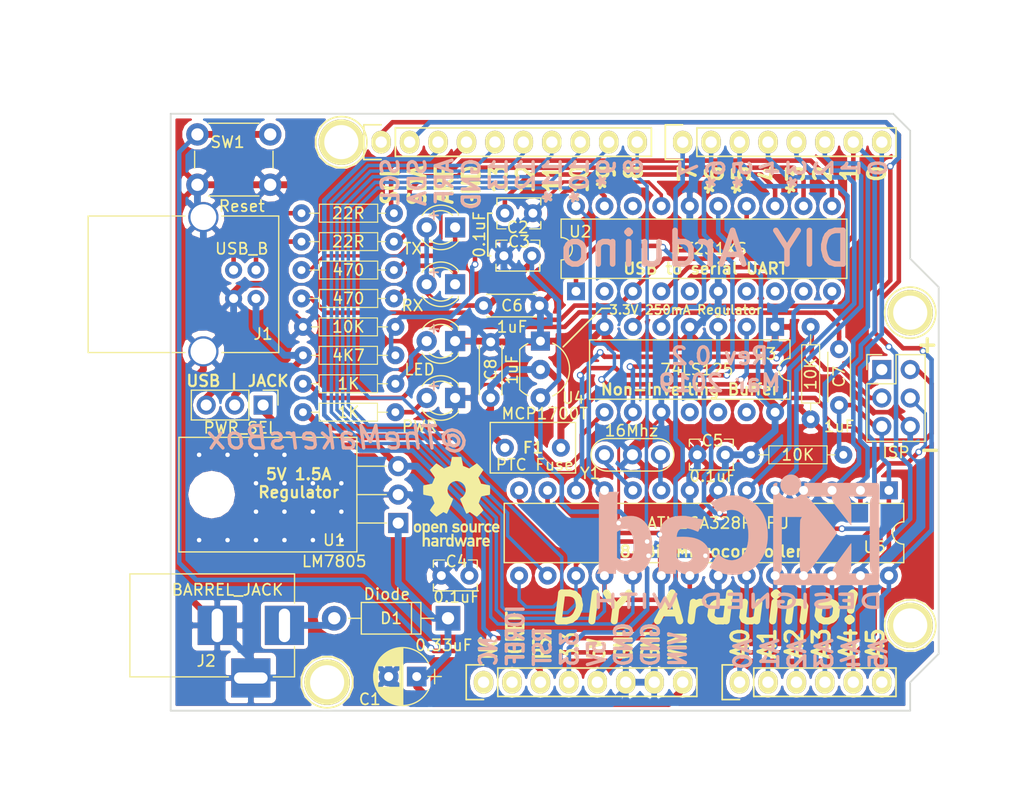
<source format=kicad_pcb>
(kicad_pcb (version 4) (host pcbnew 4.0.7)
  (title_block (date "lun. 30 mars 2015"))
  (layers (0 F.Cu signal) (31 B.Cu signal) (34 B.Paste user) (35 F.Paste user) (36 B.SilkS user) (37 F.SilkS user) (38 B.Mask user) (39 F.Mask user) (44 Edge.Cuts user))
  (net 0 "")
  (net 1 /IOREF)
  (net 2 /Reset)
  (net 3 GND)
  (net 4 /Vin)
  (net 5 /A0)
  (net 6 /A1)
  (net 7 /A2)
  (net 8 /A3)
  (net 9 /AREF)
  (net 10 "/A4(SDA)")
  (net 11 "/A5(SCL)")
  (net 12 "/9(**)")
  (net 13 /8)
  (net 14 /7)
  (net 15 "/6(**)")
  (net 16 "/5(**)")
  (net 17 /4)
  (net 18 "/3(**)")
  (net 19 /2)
  (net 20 "Net-(P5-Pad1)")
  (net 21 "Net-(P6-Pad1)")
  (net 22 "Net-(P7-Pad1)")
  (net 23 "Net-(P8-Pad1)")
  (net 24 "/13(SCK)")
  (net 25 "Net-(P1-Pad1)")
  (net 26 +3V3)
  (net 27 "/12(MISO)")
  (net 28 "Net-(C2-Pad1)")
  (net 29 "Net-(C4-Pad1)")
  (net 30 VCC)
  (net 31 "Net-(C7-Pad2)")
  (net 32 "Net-(D1-Pad2)")
  (net 33 "Net-(D2-Pad2)")
  (net 34 "Net-(D3-Pad1)")
  (net 35 "Net-(D4-Pad1)")
  (net 36 "Net-(D13-Pad2)")
  (net 37 /USBVCC)
  (net 38 "/1(TX)")
  (net 39 "/0(RX)")
  (net 40 "Net-(R1-Pad2)")
  (net 41 "Net-(R3-Pad2)")
  (net 42 "Net-(R4-Pad2)")
  (net 43 "Net-(R5-Pad1)")
  (net 44 "Net-(R6-Pad1)")
  (net 45 "Net-(R13-Pad1)")
  (net 46 "Net-(U2-Pad7)")
  (net 47 "Net-(U2-Pad5)")
  (net 48 "Net-(U2-Pad1)")
  (net 49 "Net-(U2-Pad2)")
  (net 50 "Net-(U2-Pad8)")
  (net 51 "Net-(U2-Pad9)")
  (net 52 "Net-(U2-Pad18)")
  (net 53 "Net-(U2-Pad20)")
  (net 54 "Net-(U5-Pad9)")
  (net 55 "Net-(U5-Pad10)")
  (net 56 "Net-(F1-Pad1)")
  (net 57 /D-)
  (net 58 /D+)
  (net 59 "/11(MOSI)")
  (net 60 "/10(SS)")
  (module R_Axial_DIN0204_L3.6mm_D1.6mm_P7.62mm_Horizontal (layer F.Cu) (at 123.063 92.075)
    (fp_text reference R7)
    (fp_text value 10K (at 3.81 0) (layer F.SilkS))
    (pad 1 thru_hole circle (at -0.25 0) (size 1.6 1.6) (drill 0.7) (layers *.Cu *.Mask) (net 3 GND))
    (pad 2 thru_hole circle (at 8 0) (size 1.6 1.6) (drill 0.7) (layers *.Cu *.Mask) (net 40 "Net-(R1-Pad2)"))
  )
  (module footprints:TO-92_Inline_Wide (layer F.Cu) (at 144.018 93.345 270)
    (fp_text reference U4 (at 5.08 -2.921 540) (layer F.SilkS))
    (fp_text value MCP1700T (at 6.477 -0.381 360) (layer F.SilkS))
    (pad 2 thru_hole circle (at 5.08 0) (size 1.75 1.75) (drill 0.8) (layers *.Cu *.Mask) (net 26 +3V3))
    (pad 3 thru_hole circle (at 2.54 0) (size 1.75 1.75) (drill 0.8) (layers *.Cu *.Mask) (net 30 VCC))
    (pad 1 thru_hole rect (at 0 0) (size 1.7 1.7) (drill 0.8) (layers *.Cu *.Mask) (net 3 GND))
  )
  (module footprints:D_DO-41_SOD81_P10.16mm_Horizontal (layer F.Cu) (at 135.763 118.11 180)
    (fp_text reference D1 (at 5.08 0 180) (layer F.SilkS))
    (fp_text value Schottky hide)
    (pad 1 thru_hole rect (at 0 0 180) (size 2.2 2.2) (drill 1.1) (layers *.Cu *.Mask) (net 4 /Vin))
    (pad 2 thru_hole oval (at 10.16 0 180) (size 2.2 2.2) (drill 1.1) (layers *.Cu *.Mask) (net 32 "Net-(D1-Pad2)"))
  )
  (module footprints:C_Disc_D4.3mm_W1.9mm_P5.00mm (layer F.Cu) (at 138.938 90.17)
    (fp_text reference C6 (at 2.54 0) (layer F.SilkS))
    (fp_text value 1uF (at 2.54 1.905) (layer F.SilkS))
    (pad 1 thru_hole circle (at 0 0) (size 1.6 1.6) (drill 0.8) (layers *.Cu *.Mask) (net 26 +3V3))
    (pad 2 thru_hole circle (at 5 0) (size 1.6 1.6) (drill 0.8) (layers *.Cu *.Mask) (net 3 GND))
  )
  (module footprints:C_Disc_D4.3mm_W1.9mm_P5.00mm (layer F.Cu) (at 170.688 99.06 90)
    (fp_text reference C7 (at 2.54 0 270) (layer F.SilkS))
    (fp_text value 1uF (at -1.905 0 180) (layer F.SilkS))
    (pad 1 thru_hole circle (at 0 0 90) (size 1.6 1.6) (drill 0.8) (layers *.Cu *.Mask) (net 2 /Reset))
    (pad 2 thru_hole circle (at 5 0 90) (size 1.6 1.6) (drill 0.8) (layers *.Cu *.Mask) (net 31 "Net-(C7-Pad2)"))
  )
  (module footprints:C_Disc_D4.3mm_W1.9mm_P5.00mm (layer F.Cu) (at 139.573 98.425 90)
    (fp_text reference C8 (at 2.54 0 270) (layer F.SilkS))
    (fp_text value 1uF (at 2.54 1.905 90) (layer F.SilkS))
    (pad 1 thru_hole circle (at 0 0 90) (size 1.6 1.6) (drill 0.8) (layers *.Cu *.Mask) (net 30 VCC))
    (pad 2 thru_hole circle (at 5 0 90) (size 1.6 1.6) (drill 0.8) (layers *.Cu *.Mask) (net 3 GND))
  )
  (module footprints:Pin_Header_Straight_2x03_Pitch2.54mm (layer F.Cu) (at 174.498 95.885)
    (fp_text reference CON1 hide)
    (fp_text value ISP (at 1.27 7.41) (layer F.SilkS))
    (pad 1 thru_hole rect (at 0 0) (size 1.7 1.7) (drill 1) (layers *.Cu *.Mask) (net 27 "/12(MISO)"))
    (pad 2 thru_hole oval (at 2.54 0) (size 1.7 1.7) (drill 1) (layers *.Cu *.Mask) (net 30 VCC))
    (pad 3 thru_hole oval (at 0 2.54) (size 1.7 1.7) (drill 1) (layers *.Cu *.Mask) (net 24 "/13(SCK)"))
    (pad 4 thru_hole oval (at 2.54 2.54) (size 1.7 1.7) (drill 1) (layers *.Cu *.Mask) (net 59 "/11(MOSI)"))
    (pad 5 thru_hole oval (at 0 5.08) (size 1.7 1.7) (drill 1) (layers *.Cu *.Mask) (net 2 /Reset))
    (pad 6 thru_hole oval (at 2.54 5.08) (size 1.7 1.7) (drill 1) (layers *.Cu *.Mask) (net 3 GND))
  )
  (module footprints:C_Disc_D7.5mm_W4.4mm_P5.00mm (layer F.Cu) (at 140.843 102.87)
    (fp_text reference F1 (at 2.54 0) (layer F.SilkS))
    (fp_text value "PTC Fuse" (at 2.667 1.524) (layer F.SilkS))
    (fp_text user %R (at 2.5 0) (layer F.SilkS))
    (pad 1 thru_hole circle (at 0 0) (size 1.6 1.6) (drill 0.8) (layers *.Cu *.Mask) (net 56 "Net-(F1-Pad1)"))
    (pad 2 thru_hole circle (at 5 0) (size 1.6 1.6) (drill 0.8) (layers *.Cu *.Mask) (net 30 VCC))
  )
  (module footprints:USB_B (layer F.Cu) (at 118.618 89.535 180)
    (fp_text reference J1 (at -0.635 -3.175 360) (layer F.SilkS))
    (fp_text value USB_B (at 1.27 4.445 360) (layer F.SilkS))
    (pad 2 thru_hole circle (at 0 2.54 90) (size 1.52 1.52) (drill 0.81) (layers *.Cu *.Mask) (net 57 /D-))
    (pad 1 thru_hole circle (at 0 0 90) (size 1.52 1.52) (drill 0.81) (layers *.Cu *.Mask) (net 37 /USBVCC))
    (pad 4 thru_hole circle (at 2 0 90) (size 1.52 1.52) (drill 0.81) (layers *.Cu *.Mask) (net 3 GND))
    (pad 3 thru_hole circle (at 2 2.54 90) (size 1.52 1.52) (drill 0.81) (layers *.Cu *.Mask) (net 58 /D+))
    (pad 5 thru_hole circle (at 4.7 7.27 90) (size 2.7 2.7) (drill 2.3) (layers *.Cu *.Mask) (net 3 GND))
    (pad 5 thru_hole circle (at 4.7 -4.73 90) (size 2.7 2.7) (drill 2.3) (layers *.Cu *.Mask) (net 3 GND))
  )
  (module footprints:BARREL_JACK (layer F.Cu) (at 121.158 118.745)
    (fp_text reference J2 (at -6.985 3.175 180) (layer F.SilkS))
    (fp_text value BARREL_JACK (at -5.08 -3.175) (layer F.SilkS))
    (pad 1 thru_hole rect (at 0 0) (size 3.5 3.5) (drill oval 1 3) (layers *.Cu *.Mask) (net 32 "Net-(D1-Pad2)"))
    (pad 2 thru_hole rect (at -6 0) (size 3.5 3.5) (drill oval 1 3) (layers *.Cu *.Mask) (net 3 GND))
    (pad 3 thru_hole rect (at -3 4.7) (size 3.5 3.5) (drill oval 3 1) (layers *.Cu *.Mask) (net 3 GND))
  )
  (module footprints:Pin_Header_Straight_1x03_Pitch2.54mm (layer F.Cu) (at 119.253 99.06 270)
    (fp_text reference J3 hide)
    (fp_text value PWR_SEL (at 2.032 2.032 360) (layer F.SilkS))
    (pad 1 thru_hole rect (at 0 0 270) (size 1.7 1.7) (drill 1) (layers *.Cu *.Mask) (net 29 "Net-(C4-Pad1)"))
    (pad 2 thru_hole oval (at 0 2.54 270) (size 1.7 1.7) (drill 1) (layers *.Cu *.Mask) (net 56 "Net-(F1-Pad1)"))
    (pad 3 thru_hole oval (at 0 5.08 270) (size 1.7 1.7) (drill 1) (layers *.Cu *.Mask) (net 37 /USBVCC))
  )
  (module footprints:Socket_Strip_Arduino_1x08 (layer F.Cu) (at 138.938 123.825)
    (fp_text reference P1 hide)
    (fp_text value Power)
    (pad 1 thru_hole oval (at 0 0) (size 1.7272 2.032) (drill 1.016) (layers *.Cu *.Mask F.SilkS) (net 25 "Net-(P1-Pad1)"))
    (pad 2 thru_hole oval (at 2.54 0) (size 1.7272 2.032) (drill 1.016) (layers *.Cu *.Mask F.SilkS) (net 1 /IOREF))
    (pad 3 thru_hole oval (at 5.08 0) (size 1.7272 2.032) (drill 1.016) (layers *.Cu *.Mask F.SilkS) (net 2 /Reset))
    (pad 4 thru_hole oval (at 7.62 0) (size 1.7272 2.032) (drill 1.016) (layers *.Cu *.Mask F.SilkS) (net 26 +3V3))
    (pad 5 thru_hole oval (at 10.16 0) (size 1.7272 2.032) (drill 1.016) (layers *.Cu *.Mask F.SilkS) (net 30 VCC))
    (pad 6 thru_hole oval (at 12.7 0) (size 1.7272 2.032) (drill 1.016) (layers *.Cu *.Mask F.SilkS) (net 3 GND))
    (pad 7 thru_hole oval (at 15.24 0) (size 1.7272 2.032) (drill 1.016) (layers *.Cu *.Mask F.SilkS) (net 3 GND))
    (pad 8 thru_hole oval (at 17.78 0) (size 1.7272 2.032) (drill 1.016) (layers *.Cu *.Mask F.SilkS) (net 4 /Vin))
  )
  (module footprints:Socket_Strip_Arduino_1x06 (layer F.Cu) (at 161.798 123.825)
    (fp_text reference P2 hide)
    (fp_text value Analog)
    (pad 1 thru_hole oval (at 0 0) (size 1.7272 2.032) (drill 1.016) (layers *.Cu *.Mask F.SilkS) (net 5 /A0))
    (pad 2 thru_hole oval (at 2.54 0) (size 1.7272 2.032) (drill 1.016) (layers *.Cu *.Mask F.SilkS) (net 6 /A1))
    (pad 3 thru_hole oval (at 5.08 0) (size 1.7272 2.032) (drill 1.016) (layers *.Cu *.Mask F.SilkS) (net 7 /A2))
    (pad 4 thru_hole oval (at 7.62 0) (size 1.7272 2.032) (drill 1.016) (layers *.Cu *.Mask F.SilkS) (net 8 /A3))
    (pad 5 thru_hole oval (at 10.16 0) (size 1.7272 2.032) (drill 1.016) (layers *.Cu *.Mask F.SilkS) (net 10 "/A4(SDA)"))
    (pad 6 thru_hole oval (at 12.7 0) (size 1.7272 2.032) (drill 1.016) (layers *.Cu *.Mask F.SilkS) (net 11 "/A5(SCL)"))
  )
  (module footprints:Socket_Strip_Arduino_1x10 (layer F.Cu) (at 129.794 75.565)
    (fp_text reference P3 hide)
    (fp_text value Digital)
    (pad 1 thru_hole oval (at 0 0) (size 1.7272 2.032) (drill 1.016) (layers *.Cu *.Mask F.SilkS) (net 11 "/A5(SCL)"))
    (pad 2 thru_hole oval (at 2.54 0) (size 1.7272 2.032) (drill 1.016) (layers *.Cu *.Mask F.SilkS) (net 10 "/A4(SDA)"))
    (pad 3 thru_hole oval (at 5.08 0) (size 1.7272 2.032) (drill 1.016) (layers *.Cu *.Mask F.SilkS) (net 9 /AREF))
    (pad 4 thru_hole oval (at 7.62 0) (size 1.7272 2.032) (drill 1.016) (layers *.Cu *.Mask F.SilkS) (net 3 GND))
    (pad 5 thru_hole oval (at 10.16 0) (size 1.7272 2.032) (drill 1.016) (layers *.Cu *.Mask F.SilkS) (net 24 "/13(SCK)"))
    (pad 6 thru_hole oval (at 12.7 0) (size 1.7272 2.032) (drill 1.016) (layers *.Cu *.Mask F.SilkS) (net 27 "/12(MISO)"))
    (pad 7 thru_hole oval (at 15.24 0) (size 1.7272 2.032) (drill 1.016) (layers *.Cu *.Mask F.SilkS) (net 59 "/11(MOSI)"))
    (pad 8 thru_hole oval (at 17.78 0) (size 1.7272 2.032) (drill 1.016) (layers *.Cu *.Mask F.SilkS) (net 60 "/10(SS)"))
    (pad 9 thru_hole oval (at 20.32 0) (size 1.7272 2.032) (drill 1.016) (layers *.Cu *.Mask F.SilkS) (net 12 "/9(**)"))
    (pad 10 thru_hole oval (at 22.86 0) (size 1.7272 2.032) (drill 1.016) (layers *.Cu *.Mask F.SilkS) (net 13 /8))
  )
  (module footprints:Socket_Strip_Arduino_1x08 (layer F.Cu) (at 156.718 75.565)
    (fp_text reference P4 hide)
    (fp_text value Digital)
    (pad 1 thru_hole oval (at 0 0) (size 1.7272 2.032) (drill 1.016) (layers *.Cu *.Mask F.SilkS) (net 14 /7))
    (pad 2 thru_hole oval (at 2.54 0) (size 1.7272 2.032) (drill 1.016) (layers *.Cu *.Mask F.SilkS) (net 15 "/6(**)"))
    (pad 3 thru_hole oval (at 5.08 0) (size 1.7272 2.032) (drill 1.016) (layers *.Cu *.Mask F.SilkS) (net 16 "/5(**)"))
    (pad 4 thru_hole oval (at 7.62 0) (size 1.7272 2.032) (drill 1.016) (layers *.Cu *.Mask F.SilkS) (net 17 /4))
    (pad 5 thru_hole oval (at 10.16 0) (size 1.7272 2.032) (drill 1.016) (layers *.Cu *.Mask F.SilkS) (net 18 "/3(**)"))
    (pad 6 thru_hole oval (at 12.7 0) (size 1.7272 2.032) (drill 1.016) (layers *.Cu *.Mask F.SilkS) (net 19 /2))
    (pad 7 thru_hole oval (at 15.24 0) (size 1.7272 2.032) (drill 1.016) (layers *.Cu *.Mask F.SilkS) (net 38 "/1(TX)"))
    (pad 8 thru_hole oval (at 17.78 0) (size 1.7272 2.032) (drill 1.016) (layers *.Cu *.Mask F.SilkS) (net 39 "/0(RX)"))
  )
  (module footprints:Arduino_1pin (layer F.Cu) (at 124.968 123.825)
    (fp_text reference P5 hide)
    (fp_text value CONN_01X01 hide)
    (pad 1 thru_hole circle (at 0 0) (size 4.064 4.064) (drill 3.048) (layers *.Cu *.Mask F.SilkS) (net 20 "Net-(P5-Pad1)"))
  )
  (module footprints:Arduino_1pin (layer F.Cu) (at 177.038 118.745)
    (fp_text reference P6 hide)
    (fp_text value CONN_01X01 hide)
    (pad 1 thru_hole circle (at 0 0) (size 4.064 4.064) (drill 3.048) (layers *.Cu *.Mask F.SilkS) (net 21 "Net-(P6-Pad1)"))
  )
  (module footprints:Arduino_1pin (layer F.Cu) (at 126.238 75.565)
    (fp_text reference P7 hide)
    (fp_text value CONN_01X01 hide)
    (pad 1 thru_hole circle (at 0 0) (size 4.064 4.064) (drill 3.048) (layers *.Cu *.Mask F.SilkS) (net 22 "Net-(P7-Pad1)"))
  )
  (module footprints:Arduino_1pin (layer F.Cu) (at 177.038 90.805)
    (fp_text reference P8 hide)
    (fp_text value CONN_01X01 hide)
    (pad 1 thru_hole circle (at 0 0) (size 4.064 4.064) (drill 3.048) (layers *.Cu *.Mask F.SilkS) (net 23 "Net-(P8-Pad1)"))
  )
  (module footprints:SW_PUSH_6mm (layer F.Cu) (at 119.888 79.375 180)
    (fp_text reference SW1 (at 3.81 3.81 180) (layer F.SilkS))
    (fp_text value Reset (at 2.54 -1.905 180) (layer F.SilkS))
    (pad 2 thru_hole circle (at 0 4.5 270) (size 2 2) (drill 1.1) (layers *.Cu *.Mask) (net 2 /Reset))
    (pad 1 thru_hole circle (at 0 0 270) (size 2 2) (drill 1.1) (layers *.Cu *.Mask) (net 3 GND))
    (pad 2 thru_hole circle (at 6.5 4.5 270) (size 2 2) (drill 1.1) (layers *.Cu *.Mask) (net 2 /Reset))
    (pad 1 thru_hole circle (at 6.5 0 270) (size 2 2) (drill 1.1) (layers *.Cu *.Mask) (net 3 GND))
  )
  (module footprints:TO-220-3_Horizontal (layer F.Cu) (at 131.318 109.601 90)
    (fp_text reference U1 (at -1.524 -5.715 180) (layer F.SilkS))
    (fp_text value LM7805 (at -3.429 -5.715 180) (layer F.SilkS))
    (pad 0 np_thru_hole oval (at 2.54 -16.66 90) (size 3.5 3.5) (drill 3.5) (layers *.Cu *.Mask))
    (pad 1 thru_hole rect (at 0 0 90) (size 1.8 1.8) (drill 1) (layers *.Cu *.Mask) (net 4 /Vin))
    (pad 2 thru_hole oval (at 2.54 0 90) (size 1.8 1.8) (drill 1) (layers *.Cu *.Mask) (net 3 GND))
    (pad 3 thru_hole oval (at 5.08 0 90) (size 1.8 1.8) (drill 1) (layers *.Cu *.Mask) (net 29 "Net-(C4-Pad1)"))
  )
  (module footprints:DIP-20_W7.62mm (layer F.Cu) (at 147.193 88.9 90)
    (fp_text reference U2 (at 5.334 0.381 180) (layer F.SilkS))
    (fp_text value FT231XS (at 3.81 12.065 180) (layer F.SilkS))
    (pad 1 thru_hole rect (at 0 0 90) (size 1.6 1.6) (drill 0.8) (layers *.Cu *.Mask) (net 48 "Net-(U2-Pad1)"))
    (pad 11 thru_hole oval (at 7.62 22.86 90) (size 1.6 1.6) (drill 0.8) (layers *.Cu *.Mask) (net 43 "Net-(R5-Pad1)"))
    (pad 2 thru_hole oval (at 0 2.54 90) (size 1.6 1.6) (drill 0.8) (layers *.Cu *.Mask) (net 49 "Net-(U2-Pad2)"))
    (pad 12 thru_hole oval (at 7.62 20.32 90) (size 1.6 1.6) (drill 0.8) (layers *.Cu *.Mask) (net 44 "Net-(R6-Pad1)"))
    (pad 3 thru_hole oval (at 0 5.08 90) (size 1.6 1.6) (drill 0.8) (layers *.Cu *.Mask) (net 26 +3V3))
    (pad 13 thru_hole oval (at 7.62 17.78 90) (size 1.6 1.6) (drill 0.8) (layers *.Cu *.Mask) (net 28 "Net-(C2-Pad1)"))
    (pad 4 thru_hole oval (at 0 7.62 90) (size 1.6 1.6) (drill 0.8) (layers *.Cu *.Mask) (net 38 "/1(TX)"))
    (pad 14 thru_hole oval (at 7.62 15.24 90) (size 1.6 1.6) (drill 0.8) (layers *.Cu *.Mask) (net 26 +3V3))
    (pad 5 thru_hole oval (at 0 10.16 90) (size 1.6 1.6) (drill 0.8) (layers *.Cu *.Mask) (net 47 "Net-(U2-Pad5)"))
    (pad 15 thru_hole oval (at 7.62 12.7 90) (size 1.6 1.6) (drill 0.8) (layers *.Cu *.Mask) (net 30 VCC))
    (pad 6 thru_hole oval (at 0 12.7 90) (size 1.6 1.6) (drill 0.8) (layers *.Cu *.Mask) (net 3 GND))
    (pad 16 thru_hole oval (at 7.62 10.16 90) (size 1.6 1.6) (drill 0.8) (layers *.Cu *.Mask) (net 3 GND))
    (pad 7 thru_hole oval (at 0 15.24 90) (size 1.6 1.6) (drill 0.8) (layers *.Cu *.Mask) (net 46 "Net-(U2-Pad7)"))
    (pad 17 thru_hole oval (at 7.62 7.62 90) (size 1.6 1.6) (drill 0.8) (layers *.Cu *.Mask) (net 41 "Net-(R3-Pad2)"))
    (pad 8 thru_hole oval (at 0 17.78 90) (size 1.6 1.6) (drill 0.8) (layers *.Cu *.Mask) (net 50 "Net-(U2-Pad8)"))
    (pad 18 thru_hole oval (at 7.62 5.08 90) (size 1.6 1.6) (drill 0.8) (layers *.Cu *.Mask) (net 52 "Net-(U2-Pad18)"))
    (pad 9 thru_hole oval (at 0 20.32 90) (size 1.6 1.6) (drill 0.8) (layers *.Cu *.Mask) (net 51 "Net-(U2-Pad9)"))
    (pad 19 thru_hole oval (at 7.62 2.54 90) (size 1.6 1.6) (drill 0.8) (layers *.Cu *.Mask) (net 40 "Net-(R1-Pad2)"))
    (pad 10 thru_hole oval (at 0 22.86 90) (size 1.6 1.6) (drill 0.8) (layers *.Cu *.Mask) (net 42 "Net-(R4-Pad2)"))
    (pad 20 thru_hole oval (at 7.62 0 90) (size 1.6 1.6) (drill 0.8) (layers *.Cu *.Mask) (net 53 "Net-(U2-Pad20)"))
  )
  (module footprints:DIP-14_W7.62mm (layer F.Cu) (at 164.973 92.075 270)
    (fp_text reference U3 (at 2.413 0.889 360) (layer F.SilkS))
    (fp_text value 74LS125 (at 3.81 6.985 360) (layer F.SilkS))
    (pad 1 thru_hole rect (at 0 0 270) (size 1.6 1.6) (drill 0.8) (layers *.Cu *.Mask) (net 3 GND))
    (pad 8 thru_hole oval (at 7.62 15.24 270) (size 1.6 1.6) (drill 0.8) (layers *.Cu *.Mask) (net 45 "Net-(R13-Pad1)"))
    (pad 2 thru_hole oval (at 0 2.54 270) (size 1.6 1.6) (drill 0.8) (layers *.Cu *.Mask) (net 53 "Net-(U2-Pad20)"))
    (pad 9 thru_hole oval (at 7.62 12.7 270) (size 1.6 1.6) (drill 0.8) (layers *.Cu *.Mask) (net 24 "/13(SCK)"))
    (pad 3 thru_hole oval (at 0 5.08 270) (size 1.6 1.6) (drill 0.8) (layers *.Cu *.Mask) (net 39 "/0(RX)"))
    (pad 10 thru_hole oval (at 7.62 10.16 270) (size 1.6 1.6) (drill 0.8) (layers *.Cu *.Mask) (net 3 GND))
    (pad 4 thru_hole oval (at 0 7.62 270) (size 1.6 1.6) (drill 0.8) (layers *.Cu *.Mask) (net 3 GND))
    (pad 11 thru_hole oval (at 7.62 7.62 270) (size 1.6 1.6) (drill 0.8) (layers *.Cu *.Mask))
    (pad 5 thru_hole oval (at 0 10.16 270) (size 1.6 1.6) (drill 0.8) (layers *.Cu *.Mask) (net 48 "Net-(U2-Pad1)"))
    (pad 12 thru_hole oval (at 7.62 5.08 270) (size 1.6 1.6) (drill 0.8) (layers *.Cu *.Mask))
    (pad 6 thru_hole oval (at 0 12.7 270) (size 1.6 1.6) (drill 0.8) (layers *.Cu *.Mask) (net 31 "Net-(C7-Pad2)"))
    (pad 13 thru_hole oval (at 7.62 2.54 270) (size 1.6 1.6) (drill 0.8) (layers *.Cu *.Mask))
    (pad 7 thru_hole oval (at 0 15.24 270) (size 1.6 1.6) (drill 0.8) (layers *.Cu *.Mask) (net 3 GND))
    (pad 14 thru_hole oval (at 7.62 0 270) (size 1.6 1.6) (drill 0.8) (layers *.Cu *.Mask) (net 30 VCC))
  )
  (module footprints:DIP-28_W7.62mm (layer F.Cu) (at 175.133 106.68 270)
    (fp_text reference U5 (at 5.08 1.27 360) (layer F.SilkS))
    (fp_text value ATMEGA328P-PU (at 2.921 15.24 360) (layer F.SilkS))
    (pad 1 thru_hole rect (at 0 0 270) (size 1.6 1.6) (drill 0.8) (layers *.Cu *.Mask) (net 2 /Reset))
    (pad 15 thru_hole oval (at 7.62 33.02 270) (size 1.6 1.6) (drill 0.8) (layers *.Cu *.Mask) (net 12 "/9(**)"))
    (pad 2 thru_hole oval (at 0 2.54 270) (size 1.6 1.6) (drill 0.8) (layers *.Cu *.Mask) (net 39 "/0(RX)"))
    (pad 16 thru_hole oval (at 7.62 30.48 270) (size 1.6 1.6) (drill 0.8) (layers *.Cu *.Mask) (net 60 "/10(SS)"))
    (pad 3 thru_hole oval (at 0 5.08 270) (size 1.6 1.6) (drill 0.8) (layers *.Cu *.Mask) (net 38 "/1(TX)"))
    (pad 17 thru_hole oval (at 7.62 27.94 270) (size 1.6 1.6) (drill 0.8) (layers *.Cu *.Mask) (net 59 "/11(MOSI)"))
    (pad 4 thru_hole oval (at 0 7.62 270) (size 1.6 1.6) (drill 0.8) (layers *.Cu *.Mask) (net 19 /2))
    (pad 18 thru_hole oval (at 7.62 25.4 270) (size 1.6 1.6) (drill 0.8) (layers *.Cu *.Mask) (net 27 "/12(MISO)"))
    (pad 5 thru_hole oval (at 0 10.16 270) (size 1.6 1.6) (drill 0.8) (layers *.Cu *.Mask) (net 18 "/3(**)"))
    (pad 19 thru_hole oval (at 7.62 22.86 270) (size 1.6 1.6) (drill 0.8) (layers *.Cu *.Mask) (net 24 "/13(SCK)"))
    (pad 6 thru_hole oval (at 0 12.7 270) (size 1.6 1.6) (drill 0.8) (layers *.Cu *.Mask) (net 17 /4))
    (pad 20 thru_hole oval (at 7.62 20.32 270) (size 1.6 1.6) (drill 0.8) (layers *.Cu *.Mask) (net 30 VCC))
    (pad 7 thru_hole oval (at 0 15.24 270) (size 1.6 1.6) (drill 0.8) (layers *.Cu *.Mask) (net 30 VCC))
    (pad 21 thru_hole oval (at 7.62 17.78 270) (size 1.6 1.6) (drill 0.8) (layers *.Cu *.Mask) (net 9 /AREF))
    (pad 8 thru_hole oval (at 0 17.78 270) (size 1.6 1.6) (drill 0.8) (layers *.Cu *.Mask) (net 3 GND))
    (pad 22 thru_hole oval (at 7.62 15.24 270) (size 1.6 1.6) (drill 0.8) (layers *.Cu *.Mask) (net 3 GND))
    (pad 9 thru_hole oval (at 0 20.32 270) (size 1.6 1.6) (drill 0.8) (layers *.Cu *.Mask) (net 54 "Net-(U5-Pad9)"))
    (pad 23 thru_hole oval (at 7.62 12.7 270) (size 1.6 1.6) (drill 0.8) (layers *.Cu *.Mask) (net 5 /A0))
    (pad 10 thru_hole oval (at 0 22.86 270) (size 1.6 1.6) (drill 0.8) (layers *.Cu *.Mask) (net 55 "Net-(U5-Pad10)"))
    (pad 24 thru_hole oval (at 7.62 10.16 270) (size 1.6 1.6) (drill 0.8) (layers *.Cu *.Mask) (net 6 /A1))
    (pad 11 thru_hole oval (at 0 25.4 270) (size 1.6 1.6) (drill 0.8) (layers *.Cu *.Mask) (net 16 "/5(**)"))
    (pad 25 thru_hole oval (at 7.62 7.62 270) (size 1.6 1.6) (drill 0.8) (layers *.Cu *.Mask) (net 7 /A2))
    (pad 12 thru_hole oval (at 0 27.94 270) (size 1.6 1.6) (drill 0.8) (layers *.Cu *.Mask) (net 15 "/6(**)"))
    (pad 26 thru_hole oval (at 7.62 5.08 270) (size 1.6 1.6) (drill 0.8) (layers *.Cu *.Mask) (net 8 /A3))
    (pad 13 thru_hole oval (at 0 30.48 270) (size 1.6 1.6) (drill 0.8) (layers *.Cu *.Mask) (net 14 /7))
    (pad 27 thru_hole oval (at 7.62 2.54 270) (size 1.6 1.6) (drill 0.8) (layers *.Cu *.Mask) (net 10 "/A4(SDA)"))
    (pad 14 thru_hole oval (at 0 33.02 270) (size 1.6 1.6) (drill 0.8) (layers *.Cu *.Mask) (net 13 /8))
    (pad 28 thru_hole oval (at 7.62 0 270) (size 1.6 1.6) (drill 0.8) (layers *.Cu *.Mask) (net 11 "/A5(SCL)"))
  )
  (module footprints:Resonator-3pin_w7.0mm_h2.5mm (layer F.Cu) (at 149.733 103.505)
    (fp_text reference Y1 (at -1.27 1.651) (layer F.SilkS))
    (fp_text value 16Mhz (at 2.413 -2.159) (layer F.SilkS))
    (pad 1 thru_hole circle (at 0 0) (size 1.7 1.7) (drill 1) (layers *.Cu *.Mask) (net 55 "Net-(U5-Pad10)"))
    (pad 2 thru_hole circle (at 2.5 0) (size 1.7 1.7) (drill 1) (layers *.Cu *.Mask) (net 3 GND))
    (pad 3 thru_hole circle (at 5 0) (size 1.7 1.7) (drill 1) (layers *.Cu *.Mask) (net 54 "Net-(U5-Pad9)"))
  )
  (module footprints:LED_D3.0mm (layer F.Cu) (at 136.398 98.425 180)
    (fp_text reference D2)
    (fp_text value PWR (at 3.175 -2.54 180) (layer F.SilkS))
    (fp_text user + (at 1.905 1.143 180) (layer B.SilkS) (effects (justify mirror)))
    (fp_text user + (at 1.905 1.143 180) (layer F.SilkS))
    (pad 1 thru_hole rect (at 0 0 180) (size 1.8 1.8) (drill 0.9) (layers *.Cu *.Mask) (net 3 GND))
    (pad 2 thru_hole circle (at 2.54 0 180) (size 1.8 1.8) (drill 0.9) (layers *.Cu *.Mask) (net 33 "Net-(D2-Pad2)"))
  )
  (module footprints:LED_D3.0mm (layer F.Cu) (at 136.398 83.185 180)
    (fp_text reference D3)
    (fp_text value TX (at 3.81 -1.905 180) (layer F.SilkS))
    (fp_text user + (at 1.905 1.143 180) (layer B.SilkS) (effects (justify mirror)))
    (fp_text user + (at 1.905 1.143 180) (layer F.SilkS))
    (pad 1 thru_hole rect (at 0 0 180) (size 1.8 1.8) (drill 0.9) (layers *.Cu *.Mask) (net 34 "Net-(D3-Pad1)"))
    (pad 2 thru_hole circle (at 2.54 0 180) (size 1.8 1.8) (drill 0.9) (layers *.Cu *.Mask) (net 26 +3V3))
  )
  (module footprints:LED_D3.0mm (layer F.Cu) (at 136.398 88.265 180)
    (fp_text reference D4)
    (fp_text value RX (at 3.81 -1.905 180) (layer F.SilkS))
    (fp_text user + (at 1.905 1.143 180) (layer B.SilkS) (effects (justify mirror)))
    (fp_text user + (at 1.905 1.143 180) (layer F.SilkS))
    (pad 1 thru_hole rect (at 0 0 180) (size 1.8 1.8) (drill 0.9) (layers *.Cu *.Mask) (net 35 "Net-(D4-Pad1)"))
    (pad 2 thru_hole circle (at 2.54 0 180) (size 1.8 1.8) (drill 0.9) (layers *.Cu *.Mask) (net 26 +3V3))
  )
  (module footprints:LED_D3.0mm (layer F.Cu) (at 136.398 93.345 180)
    (fp_text reference D13)
    (fp_text value LED (at 3.175 -2.54 180) (layer F.SilkS))
    (fp_text user + (at 1.905 1.143 180) (layer B.SilkS) (effects (justify mirror)))
    (fp_text user + (at 1.905 1.143 180) (layer F.SilkS))
    (pad 1 thru_hole rect (at 0 0 180) (size 1.8 1.8) (drill 0.9) (layers *.Cu *.Mask) (net 3 GND))
    (pad 2 thru_hole circle (at 2.54 0 180) (size 1.8 1.8) (drill 0.9) (layers *.Cu *.Mask) (net 36 "Net-(D13-Pad2)"))
  )
  (module footprints:C_Disc_D3.8mm_W2.6mm_P2.50mm (layer F.Cu) (at 160.528 103.505 180)
    (fp_text reference C5 (at 1.143 1.27 180) (layer F.SilkS))
    (fp_text value 0.1uF (at 1.143 -1.905 180) (layer F.SilkS))
    (pad 1 thru_hole circle (at 0 0 180) (size 1.6 1.6) (drill 0.8) (layers *.Cu *.Mask) (net 30 VCC))
    (pad 2 thru_hole circle (at 2.5 0 180) (size 1.6 1.6) (drill 0.8) (layers *.Cu *.Mask) (net 3 GND))
  )
  (module footprints:C_Disc_D3.8mm_W2.6mm_P2.50mm (layer F.Cu) (at 137.668 114.3 180)
    (fp_text reference C4 (at 1.143 1.27 180) (layer F.SilkS))
    (fp_text value 0.1uF (at 1.143 -1.905 180) (layer F.SilkS))
    (pad 1 thru_hole circle (at 0 0 180) (size 1.6 1.6) (drill 0.8) (layers *.Cu *.Mask) (net 29 "Net-(C4-Pad1)"))
    (pad 2 thru_hole circle (at 2.5 0 180) (size 1.6 1.6) (drill 0.8) (layers *.Cu *.Mask) (net 3 GND))
  )
  (module footprints:C_Disc_D3.8mm_W2.6mm_P2.50mm (layer F.Cu) (at 140.843 81.915)
    (fp_text reference C2 (at 1.143 1.27) (layer F.SilkS))
    (fp_text value 0.1uF hide)
    (pad 1 thru_hole circle (at 0 0) (size 1.6 1.6) (drill 0.8) (layers *.Cu *.Mask) (net 28 "Net-(C2-Pad1)"))
    (pad 2 thru_hole circle (at 2.5 0) (size 1.6 1.6) (drill 0.8) (layers *.Cu *.Mask) (net 3 GND))
  )
  (module footprints:C_Disc_D3.8mm_W2.6mm_P2.50mm (layer F.Cu) (at 143.256 85.725 180)
    (fp_text reference C3 (at 1.143 1.27 180) (layer F.SilkS))
    (fp_text value 0.1uF (at 4.699 1.905 270) (layer F.SilkS))
    (pad 1 thru_hole circle (at 0 0 180) (size 1.6 1.6) (drill 0.8) (layers *.Cu *.Mask) (net 26 +3V3))
    (pad 2 thru_hole circle (at 2.5 0 180) (size 1.6 1.6) (drill 0.8) (layers *.Cu *.Mask) (net 3 GND))
  )
  (module Symbols:KiCad-Logo2_12mm_SilkScreen (layer B.Cu) (at 161.671 111.252 180)
    (fp_text reference REF*** hide)
    (fp_text value KiCad-Logo2_12mm_SilkScreen hide)
  )
  (module Symbols:OSHW-Logo_7.5x8mm_SilkScreen (layer F.Cu) (at 136.525 107.696)
    (fp_text reference REF*** hide)
    (fp_text value OSHW-Logo_7.5x8mm_SilkScreen hide)
  )
  (module Capacitors_THT:CP_Radial_D5.0mm_P2.50mm (layer F.Cu) (at 132.969 123.317 180)
    (fp_text reference C1 (at 4.191 -2.032 180) (layer F.SilkS))
    (fp_text value 0.33uF (at -2.413 2.794 180) (layer F.SilkS))
    (pad 1 thru_hole rect (at 0 0 180) (size 1.75 1.75) (drill 0.8) (layers *.Cu *.Mask) (net 4 /Vin))
    (pad 2 thru_hole circle (at 2.5 0 180) (size 1.75 1.75) (drill 0.8) (layers *.Cu *.Mask) (net 3 GND))
  )
  (module footprints:R_Axial_DIN0204_L3.6mm_D1.6mm_P7.62mm_Horizontal (layer F.Cu) (at 130.683 81.915 180)
    (fp_text reference R5)
    (fp_text value 22R (at 3.81 0 180) (layer F.SilkS))
    (pad 1 thru_hole circle (at -0.25 0 180) (size 1.6 1.6) (drill 0.7) (layers *.Cu *.Mask) (net 43 "Net-(R5-Pad1)"))
    (pad 2 thru_hole circle (at 8 0 180) (size 1.6 1.6) (drill 0.7) (layers *.Cu *.Mask) (net 58 /D+))
  )
  (module footprints:R_Axial_DIN0204_L3.6mm_D1.6mm_P7.62mm_Horizontal (layer F.Cu) (at 130.683 84.455 180)
    (fp_text reference R6)
    (fp_text value 22R (at 3.81 0 180) (layer F.SilkS))
    (pad 1 thru_hole circle (at -0.25 0 180) (size 1.6 1.6) (drill 0.7) (layers *.Cu *.Mask) (net 44 "Net-(R6-Pad1)"))
    (pad 2 thru_hole circle (at 8 0 180) (size 1.6 1.6) (drill 0.7) (layers *.Cu *.Mask) (net 57 /D-))
  )
  (module footprints:R_Axial_DIN0204_L3.6mm_D1.6mm_P7.62mm_Horizontal (layer F.Cu) (at 123.063 94.615)
    (fp_text reference R1)
    (fp_text value 4K7 (at 3.81 0) (layer F.SilkS))
    (pad 1 thru_hole circle (at -0.25 0) (size 1.6 1.6) (drill 0.7) (layers *.Cu *.Mask) (net 37 /USBVCC))
    (pad 2 thru_hole circle (at 8 0) (size 1.6 1.6) (drill 0.7) (layers *.Cu *.Mask) (net 40 "Net-(R1-Pad2)"))
  )
  (module footprints:R_Axial_DIN0204_L3.6mm_D1.6mm_P7.62mm_Horizontal (layer F.Cu) (at 123.063 99.695)
    (fp_text reference R2)
    (fp_text value 1K (at 3.81 0) (layer F.SilkS))
    (pad 1 thru_hole circle (at -0.25 0) (size 1.6 1.6) (drill 0.7) (layers *.Cu *.Mask) (net 30 VCC))
    (pad 2 thru_hole circle (at 8 0) (size 1.6 1.6) (drill 0.7) (layers *.Cu *.Mask) (net 33 "Net-(D2-Pad2)"))
  )
  (module footprints:R_Axial_DIN0204_L3.6mm_D1.6mm_P7.62mm_Horizontal (layer F.Cu) (at 130.683 86.995 180)
    (fp_text reference R3)
    (fp_text value 470 (at 3.81 0 180) (layer F.SilkS))
    (pad 1 thru_hole circle (at -0.25 0 180) (size 1.6 1.6) (drill 0.7) (layers *.Cu *.Mask) (net 34 "Net-(D3-Pad1)"))
    (pad 2 thru_hole circle (at 8 0 180) (size 1.6 1.6) (drill 0.7) (layers *.Cu *.Mask) (net 41 "Net-(R3-Pad2)"))
  )
  (module footprints:R_Axial_DIN0204_L3.6mm_D1.6mm_P7.62mm_Horizontal (layer F.Cu) (at 130.683 89.535 180)
    (fp_text reference R4)
    (fp_text value 470 (at 3.81 0 180) (layer F.SilkS))
    (pad 1 thru_hole circle (at -0.25 0 180) (size 1.6 1.6) (drill 0.7) (layers *.Cu *.Mask) (net 35 "Net-(D4-Pad1)"))
    (pad 2 thru_hole circle (at 8 0 180) (size 1.6 1.6) (drill 0.7) (layers *.Cu *.Mask) (net 42 "Net-(R4-Pad2)"))
  )
  (module footprints:R_Axial_DIN0204_L3.6mm_D1.6mm_P7.62mm_Horizontal (layer F.Cu) (at 170.815 103.505 180)
    (fp_text reference R8)
    (fp_text value 10K (at 3.81 0 180) (layer F.SilkS))
    (pad 1 thru_hole circle (at -0.25 0 180) (size 1.6 1.6) (drill 0.7) (layers *.Cu *.Mask) (net 2 /Reset))
    (pad 2 thru_hole circle (at 8 0 180) (size 1.6 1.6) (drill 0.7) (layers *.Cu *.Mask) (net 30 VCC))
  )
  (module footprints:R_Axial_DIN0204_L3.6mm_D1.6mm_P7.62mm_Horizontal (layer F.Cu) (at 168.148 100.076 90)
    (fp_text reference R9)
    (fp_text value 10K (at 3.81 0 90) (layer F.SilkS))
    (pad 1 thru_hole circle (at -0.25 0 90) (size 1.6 1.6) (drill 0.7) (layers *.Cu *.Mask) (net 3 GND))
    (pad 2 thru_hole circle (at 8 0 90) (size 1.6 1.6) (drill 0.7) (layers *.Cu *.Mask) (net 24 "/13(SCK)"))
  )
  (module footprints:R_Axial_DIN0204_L3.6mm_D1.6mm_P7.62mm_Horizontal (layer F.Cu) (at 123.063 97.155)
    (fp_text reference R13)
    (fp_text value 1K (at 3.81 0) (layer F.SilkS))
    (pad 1 thru_hole circle (at -0.25 0) (size 1.6 1.6) (drill 0.7) (layers *.Cu *.Mask) (net 45 "Net-(R13-Pad1)"))
    (pad 2 thru_hole circle (at 8 0) (size 1.6 1.6) (drill 0.7) (layers *.Cu *.Mask) (net 36 "Net-(D13-Pad2)"))
  )
  (gr_text - (at 178.816 102.997) (layer F.SilkS) (effects (font (size 1.5 1.5) (thickness 0.3))))
  (gr_text + (at 178.562 93.599) (layer F.SilkS) (effects (font (size 1.5 1.5) (thickness 0.3))))
  (gr_text Diode (at 130.302 115.951) (layer F.SilkS) (effects (font (size 1 1))))
  (gr_text "USB | JACK" (at 116.967 96.901) (layer F.SilkS) (effects (font (size 1 1) (thickness 0.2))))
  (gr_line (start 139.319 81.915) (end 139.7 81.915) (angle 90) (layer F.SilkS) (width 0.15))
  (gr_line (start 139.319 85.725) (end 139.319 81.915) (angle 90) (layer F.SilkS) (width 0.15))
  (gr_line (start 139.319 85.725) (end 139.573 85.725) (angle 90) (layer F.SilkS) (width 0.15))
  (gr_line (start 149.479 90.424) (end 150.241 90.424) (angle 90) (layer F.SilkS) (width 0.15))
  (gr_line (start 146.05 93.853) (end 149.479 90.424) (angle 90) (layer F.SilkS) (width 0.15))
  (gr_text "3.3V 250mA Regulator" (at 156.972 90.551) (layer F.SilkS) (effects (font (size 0.8 0.8))))
  (gr_text "8-Bit Microcontroller" (at 159.258 112.141) (layer F.SilkS) (effects (font (size 1 1) (thickness 0.2))))
  (gr_text "USB to serial UART" (at 158.75 86.868) (layer F.SilkS) (effects (font (size 1 1) (thickness 0.2))))
  (gr_text "Non-Inverting Buffer" (at 157.353 97.663) (layer F.SilkS) (effects (font (size 1 1) (thickness 0.2))))
  (gr_text "5V 1.5A\nRegulator" (at 122.428 106.045) (layer F.SilkS) (effects (font (size 1 1) (thickness 0.2))))
  (gr_text @TheMakersBox (at 125.984 101.981) (layer B.SilkS) (effects (font (size 2 2) (thickness 0.3) italic) (justify mirror)))
  (gr_text "7\n6*\n5*\n4\n3*\n2\n1\n0" (at 165.735 76.962 90) (layer B.SilkS) (effects (font (size 1.5 1.5) (thickness 0.3)) (justify left mirror)))
  (gr_text "SCL\nSDA\nARF\nGND\n13\n12\n11*\n10*\n9*\n8\n" (at 141.478 76.835 90) (layer B.SilkS) (effects (font (size 1.5 1.5) (thickness 0.3)) (justify left mirror)))
  (gr_text "A0\nA1\nA2\nA3\nA4\nA5" (at 168.148 119.761 90) (layer B.SilkS) (effects (font (size 1.5 1.5) (thickness 0.3)) (justify left mirror)))
  (gr_text "NC\nIOREF\nRST\n3.3\n5V\nGND\nGND\nVIN" (at 147.828 122.555 90) (layer B.SilkS) (effects (font (size 1.5 1.25) (thickness 0.3)) (justify right mirror)))
  (gr_text "Rev 0.2\nMar 2019" (at 160.02 95.885) (layer B.SilkS) (effects (font (size 1.5 1.5) (thickness 0.3)) (justify mirror)))
  (gr_text "DIY Arduino" (at 158.75 85.09) (layer B.SilkS) (effects (font (size 3 3) (thickness 0.5)) (justify mirror)))
  (gr_text "DIY Arduino!" (at 158.623 117.221) (layer F.SilkS) (effects (font (size 2.5 3) (thickness 0.625) italic)))
  (gr_text "A0\nA1\nA2\nA3\nA4\nA5" (at 167.894 121.92 90) (layer F.SilkS) (effects (font (size 1.5 1.5) (thickness 0.3)) (justify left)))
  (gr_text "NC\nIOREF\nRST\n3.3\n5V\nGND\nGND\nVIN" (at 147.828 121.92 90) (layer F.SilkS) (effects (font (size 1.5 1) (thickness 0.25)) (justify left)))
  (gr_text "SCL\nSDA\nARF\nGND\n13\n12\n*11\n*10\n*9\n8" (at 141.478 77.47 90) (layer F.SilkS) (effects (font (size 1.5 1.25) (thickness 0.3)) (justify right)))
  (gr_text "7\n*6\n*5\n4\n*3\n2\n1\n0" (at 165.608 77.47 90) (layer F.SilkS) (effects (font (size 1.5 1.5) (thickness 0.3)) (justify right)))
  (gr_line (start 177.038 74.549) (end 175.514 73.025) (angle 90) (layer Edge.Cuts) (width 0.15))
  (gr_line (start 177.038 85.979) (end 177.038 74.549) (angle 90) (layer Edge.Cuts) (width 0.15))
  (gr_line (start 179.578 88.519) (end 177.038 85.979) (angle 90) (layer Edge.Cuts) (width 0.15))
  (gr_line (start 179.578 121.285) (end 179.578 88.519) (angle 90) (layer Edge.Cuts) (width 0.15))
  (gr_line (start 177.038 123.825) (end 179.578 121.285) (angle 90) (layer Edge.Cuts) (width 0.15))
  (gr_line (start 177.038 126.365) (end 177.038 123.825) (angle 90) (layer Edge.Cuts) (width 0.15))
  (gr_line (start 110.998 126.365) (end 177.038 126.365) (angle 90) (layer Edge.Cuts) (width 0.15))
  (gr_line (start 110.998 73.025) (end 110.998 126.365) (angle 90) (layer Edge.Cuts) (width 0.15))
  (gr_line (start 175.514 73.025) (end 110.998 73.025) (angle 90) (layer Edge.Cuts) (width 0.15))
  (segment (start 170.688 99.06) (end 170.688 102.874) (width 0.4064) (layer B.Cu) (net 2))
  (segment (start 170.688 102.874) (end 171.065 103.505) (width 0.4064) (layer B.Cu) (net 2))
  (segment (start 113.388 74.875) (end 113.339 74.875) (width 0.4064) (layer B.Cu) (net 2))
  (segment (start 113.339 74.875) (end 111.76 76.454) (width 0.4064) (layer B.Cu) (net 2))
  (segment (start 111.76 76.454) (end 111.76 113.157) (width 0.4064) (layer B.Cu) (net 2))
  (segment (start 113.388 74.875) (end 119.888 74.875) (width 0.6096) (layer F.Cu) (net 2))
  (segment (start 171.958 99.06) (end 170.688 99.06) (width 0.4064) (layer F.Cu) (net 2))
  (segment (start 174.498 100.965) (end 174.498 103.759) (width 0.4064) (layer B.Cu) (net 2))
  (segment (start 174.498 103.759) (end 175.133 104.394) (width 0.4064) (layer B.Cu) (net 2))
  (segment (start 174.498 100.965) (end 173.863 100.965) (width 0.4064) (layer F.Cu) (net 2))
  (segment (start 173.863 100.965) (end 171.958 99.06) (width 0.4064) (layer F.Cu) (net 2))
  (segment (start 144.018 123.825) (end 144.018 122.555) (width 0.4064) (layer F.Cu) (net 2))
  (segment (start 144.018 122.555) (end 145.415 121.158) (width 0.4064) (layer F.Cu) (net 2))
  (segment (start 144.018 122.809) (end 144.018 123.825) (width 0.4064) (layer F.Cu) (net 2))
  (segment (start 142.24 121.031) (end 144.018 122.809) (width 0.4064) (layer F.Cu) (net 2))
  (segment (start 134.493 121.031) (end 142.24 121.031) (width 0.4064) (layer F.Cu) (net 2))
  (segment (start 134.239 120.777) (end 134.493 121.031) (width 0.4064) (layer F.Cu) (net 2))
  (via (at 134.239 120.777) (size 0.6) (drill 0.4) (layers F.Cu B.Cu) (net 2))
  (segment (start 128.143 114.681) (end 134.239 120.777) (width 0.4064) (layer B.Cu) (net 2))
  (segment (start 113.284 114.681) (end 128.143 114.681) (width 0.4064) (layer B.Cu) (net 2))
  (segment (start 111.76 113.157) (end 113.284 114.681) (width 0.4064) (layer B.Cu) (net 2))
  (segment (start 175.133 112.014) (end 175.133 106.68) (width 0.4064) (layer F.Cu) (net 2))
  (segment (start 173.863 113.284) (end 175.133 112.014) (width 0.4064) (layer F.Cu) (net 2))
  (segment (start 173.863 119.507) (end 173.863 113.284) (width 0.4064) (layer F.Cu) (net 2))
  (segment (start 172.212 121.158) (end 173.863 119.507) (width 0.4064) (layer F.Cu) (net 2))
  (segment (start 145.415 121.158) (end 172.212 121.158) (width 0.4064) (layer F.Cu) (net 2))
  (segment (start 175.133 104.394) (end 175.133 106.68) (width 0.4064) (layer B.Cu) (net 2))
  (segment (start 122.813 92.075) (end 122.936 92.075) (width 0.4064) (layer F.Cu) (net 3))
  (segment (start 122.936 92.075) (end 124.206 93.345) (width 0.4064) (layer F.Cu) (net 3))
  (segment (start 124.206 93.345) (end 131.572 93.345) (width 0.4064) (layer F.Cu) (net 3))
  (segment (start 131.572 93.345) (end 133.35 91.567) (width 0.4064) (layer F.Cu) (net 3))
  (segment (start 133.35 91.567) (end 135.636 91.567) (width 0.4064) (layer F.Cu) (net 3))
  (segment (start 135.636 91.567) (end 136.398 92.329) (width 0.4064) (layer F.Cu) (net 3))
  (segment (start 136.398 92.329) (end 136.398 93.345) (width 0.4064) (layer F.Cu) (net 3))
  (segment (start 167.64 100.965) (end 167.648 100.965) (width 0.4064) (layer F.Cu) (net 3))
  (segment (start 155.956 100.965) (end 167.64 100.965) (width 0.4064) (layer F.Cu) (net 3))
  (segment (start 154.813 99.822) (end 155.956 100.965) (width 0.4064) (layer F.Cu) (net 3))
  (segment (start 167.648 100.965) (end 168.248 100.365) (width 0.4064) (layer F.Cu) (net 3))
  (segment (start 132.969 125.73) (end 133.858 125.73) (width 0.6096) (layer B.Cu) (net 3))
  (segment (start 136.398 114.935) (end 135.763 114.3) (width 0.6096) (layer B.Cu) (net 3))
  (segment (start 137.668 121.285) (end 137.668 116.205) (width 0.6096) (layer B.Cu) (net 3))
  (segment (start 137.668 116.205) (end 136.398 114.935) (width 0.6096) (layer B.Cu) (net 3))
  (segment (start 137.668 121.92) (end 137.668 121.285) (width 0.6096) (layer B.Cu) (net 3))
  (segment (start 133.858 125.73) (end 137.668 121.92) (width 0.6096) (layer B.Cu) (net 3))
  (segment (start 130.469 123.317) (end 130.469 123.738) (width 0.6096) (layer B.Cu) (net 3))
  (segment (start 130.469 123.738) (end 132.461 125.73) (width 0.6096) (layer B.Cu) (net 3))
  (segment (start 132.461 125.73) (end 132.969 125.73) (width 0.6096) (layer B.Cu) (net 3))
  (segment (start 132.969 125.73) (end 134.493 125.73) (width 0.6096) (layer B.Cu) (net 3))
  (segment (start 128.778 120.65) (end 129.667 120.65) (width 0.6096) (layer B.Cu) (net 3))
  (segment (start 130.469 121.452) (end 130.469 123.317) (width 0.6096) (layer B.Cu) (net 3))
  (segment (start 129.667 120.65) (end 130.469 121.452) (width 0.6096) (layer B.Cu) (net 3))
  (segment (start 143.938 90.09) (end 140.756 86.908) (width 0.6096) (layer B.Cu) (net 3))
  (segment (start 140.756 86.908) (end 140.756 85.725) (width 0.6096) (layer B.Cu) (net 3))
  (segment (start 154.813 99.695) (end 154.813 100.203) (width 0.3048) (layer F.Cu) (net 3))
  (segment (start 154.813 100.203) (end 152.233 102.783) (width 0.3048) (layer F.Cu) (net 3))
  (segment (start 152.233 102.783) (end 152.233 103.505) (width 0.3048) (layer F.Cu) (net 3))
  (via (at 121.158 111.125) (size 0.6) (drill 0.4) (layers F.Cu B.Cu) (net 3))
  (via (at 118.618 106.045) (size 0.6) (drill 0.4) (layers F.Cu B.Cu) (net 3))
  (segment (start 118.618 106.045) (end 118.618 108.585) (width 0.3048) (layer F.Cu) (net 3))
  (via (at 118.618 108.585) (size 0.6) (drill 0.4) (layers F.Cu B.Cu) (net 3))
  (segment (start 118.618 108.585) (end 116.078 111.125) (width 0.3048) (layer B.Cu) (net 3))
  (via (at 116.078 111.125) (size 0.6) (drill 0.4) (layers F.Cu B.Cu) (net 3))
  (segment (start 116.078 111.125) (end 113.538 111.125) (width 0.3048) (layer F.Cu) (net 3))
  (via (at 113.538 111.125) (size 0.6) (drill 0.4) (layers F.Cu B.Cu) (net 3))
  (segment (start 113.538 111.125) (end 118.618 111.125) (width 0.3048) (layer B.Cu) (net 3))
  (via (at 118.618 111.125) (size 0.6) (drill 0.4) (layers F.Cu B.Cu) (net 3))
  (segment (start 118.618 111.125) (end 121.158 111.125) (width 0.3048) (layer F.Cu) (net 3))
  (segment (start 116.078 103.505) (end 118.618 106.045) (width 0.3048) (layer B.Cu) (net 3))
  (via (at 121.158 108.585) (size 0.6) (drill 0.4) (layers F.Cu B.Cu) (net 3))
  (segment (start 123.698 108.585) (end 121.158 108.585) (width 0.3048) (layer B.Cu) (net 3))
  (via (at 123.698 108.585) (size 0.6) (drill 0.4) (layers F.Cu B.Cu) (net 3))
  (segment (start 126.238 108.585) (end 123.698 108.585) (width 0.3048) (layer F.Cu) (net 3))
  (via (at 126.238 108.585) (size 0.6) (drill 0.4) (layers F.Cu B.Cu) (net 3))
  (segment (start 126.238 111.125) (end 126.238 108.585) (width 0.3048) (layer B.Cu) (net 3))
  (via (at 126.238 111.125) (size 0.6) (drill 0.4) (layers F.Cu B.Cu) (net 3))
  (segment (start 123.698 111.125) (end 126.238 111.125) (width 0.3048) (layer F.Cu) (net 3))
  (via (at 123.698 111.125) (size 0.6) (drill 0.4) (layers F.Cu B.Cu) (net 3))
  (segment (start 121.158 111.125) (end 123.698 111.125) (width 0.3048) (layer B.Cu) (net 3))
  (segment (start 131.318 107.061) (end 127.254 107.061) (width 0.3048) (layer F.Cu) (net 3))
  (segment (start 118.618 103.505) (end 116.078 103.505) (width 0.3048) (layer B.Cu) (net 3))
  (via (at 118.618 103.505) (size 0.6) (drill 0.4) (layers F.Cu B.Cu) (net 3))
  (segment (start 121.158 103.505) (end 118.618 103.505) (width 0.3048) (layer F.Cu) (net 3))
  (via (at 121.158 103.505) (size 0.6) (drill 0.4) (layers F.Cu B.Cu) (net 3))
  (segment (start 121.158 106.045) (end 121.158 103.505) (width 0.3048) (layer B.Cu) (net 3))
  (via (at 121.158 106.045) (size 0.6) (drill 0.4) (layers F.Cu B.Cu) (net 3))
  (segment (start 123.698 106.045) (end 121.158 106.045) (width 0.3048) (layer F.Cu) (net 3))
  (via (at 123.698 106.045) (size 0.6) (drill 0.4) (layers F.Cu B.Cu) (net 3))
  (segment (start 126.238 106.045) (end 123.698 106.045) (width 0.3048) (layer B.Cu) (net 3))
  (via (at 126.238 106.045) (size 0.6) (drill 0.4) (layers F.Cu B.Cu) (net 3))
  (segment (start 127.254 107.061) (end 126.238 106.045) (width 0.3048) (layer F.Cu) (net 3))
  (via (at 116.078 103.505) (size 0.6) (drill 0.4) (layers F.Cu B.Cu) (net 3))
  (segment (start 116.078 103.505) (end 113.538 103.505) (width 0.3048) (layer F.Cu) (net 3))
  (via (at 113.538 103.505) (size 0.6) (drill 0.4) (layers F.Cu B.Cu) (net 3))
  (segment (start 113.538 103.505) (end 116.078 103.505) (width 0.3048) (layer B.Cu) (net 3))
  (segment (start 140.756 85.725) (end 140.756 84.502) (width 0.6096) (layer B.Cu) (net 3))
  (segment (start 140.756 84.502) (end 143.343 81.915) (width 0.6096) (layer B.Cu) (net 3))
  (segment (start 137.414 75.565) (end 137.414 75.692) (width 0.6096) (layer F.Cu) (net 3))
  (segment (start 137.414 75.692) (end 135.89 77.216) (width 0.6096) (layer F.Cu) (net 3))
  (segment (start 126.238 79.375) (end 119.888 79.375) (width 0.6096) (layer F.Cu) (net 3))
  (segment (start 128.397 77.216) (end 126.238 79.375) (width 0.6096) (layer F.Cu) (net 3))
  (segment (start 135.89 77.216) (end 128.397 77.216) (width 0.6096) (layer F.Cu) (net 3))
  (segment (start 152.233 103.505) (end 152.233 102.783) (width 0.6096) (layer F.Cu) (net 3))
  (segment (start 152.233 102.783) (end 153.035 101.981) (width 0.6096) (layer F.Cu) (net 3))
  (segment (start 158.028 102.529) (end 158.028 103.505) (width 0.6096) (layer F.Cu) (net 3))
  (segment (start 157.48 101.981) (end 158.028 102.529) (width 0.6096) (layer F.Cu) (net 3))
  (segment (start 153.035 101.981) (end 157.48 101.981) (width 0.6096) (layer F.Cu) (net 3))
  (segment (start 157.353 92.075) (end 157.9245 92.075) (width 0.6096) (layer B.Cu) (net 3))
  (segment (start 157.9245 92.075) (end 159.893 90.1065) (width 0.6096) (layer B.Cu) (net 3))
  (segment (start 159.893 90.1065) (end 159.893 88.9) (width 0.6096) (layer B.Cu) (net 3))
  (segment (start 113.918 94.265) (end 113.918 95.886) (width 0.6096) (layer F.Cu) (net 3))
  (segment (start 111.76 115.347) (end 115.158 118.745) (width 0.6096) (layer F.Cu) (net 3))
  (segment (start 111.76 98.044) (end 111.76 115.347) (width 0.6096) (layer F.Cu) (net 3))
  (segment (start 113.918 95.886) (end 111.76 98.044) (width 0.6096) (layer F.Cu) (net 3))
  (segment (start 152.233 103.505) (end 152.233 103.037) (width 0.6096) (layer F.Cu) (net 3))
  (segment (start 158.028 102.91) (end 158.028 103.505) (width 0.6096) (layer F.Cu) (net 3))
  (segment (start 177.038 100.965) (end 175.768 99.695) (width 0.4064) (layer F.Cu) (net 3))
  (segment (start 168.148 96.52) (end 164.973 93.345) (width 0.4064) (layer F.Cu) (net 3))
  (segment (start 170.688 96.52) (end 168.148 96.52) (width 0.4064) (layer F.Cu) (net 3))
  (segment (start 173.863 99.695) (end 170.688 96.52) (width 0.4064) (layer F.Cu) (net 3))
  (segment (start 175.768 99.695) (end 173.863 99.695) (width 0.4064) (layer F.Cu) (net 3))
  (segment (start 164.973 93.345) (end 164.973 92.075) (width 0.4064) (layer F.Cu) (net 3))
  (segment (start 157.353 92.075) (end 157.353 92.71) (width 0.6096) (layer F.Cu) (net 3))
  (segment (start 157.353 92.71) (end 158.623 93.98) (width 0.6096) (layer F.Cu) (net 3))
  (segment (start 164.973 93.345) (end 164.973 92.075) (width 0.6096) (layer F.Cu) (net 3))
  (segment (start 164.338 93.98) (end 164.973 93.345) (width 0.6096) (layer F.Cu) (net 3))
  (segment (start 158.623 93.98) (end 164.338 93.98) (width 0.6096) (layer F.Cu) (net 3))
  (segment (start 149.733 92.075) (end 149.733 92.71) (width 0.6096) (layer F.Cu) (net 3))
  (segment (start 149.733 92.71) (end 151.003 93.98) (width 0.6096) (layer F.Cu) (net 3))
  (segment (start 151.003 93.98) (end 156.083 93.98) (width 0.6096) (layer F.Cu) (net 3))
  (segment (start 156.083 93.98) (end 157.353 92.71) (width 0.6096) (layer F.Cu) (net 3))
  (segment (start 157.353 81.28) (end 157.353 83.82) (width 0.6096) (layer B.Cu) (net 3))
  (segment (start 159.893 86.36) (end 159.893 88.9) (width 0.6096) (layer B.Cu) (net 3))
  (segment (start 157.353 83.82) (end 159.893 86.36) (width 0.6096) (layer B.Cu) (net 3))
  (segment (start 143.938 90.17) (end 143.938 90.09) (width 0.6096) (layer B.Cu) (net 3))
  (segment (start 116.618 89.535) (end 116.618 88.995) (width 0.6096) (layer F.Cu) (net 3))
  (segment (start 116.618 88.995) (end 117.348 88.265) (width 0.6096) (layer F.Cu) (net 3))
  (segment (start 119.253 88.265) (end 123.063 92.075) (width 0.6096) (layer F.Cu) (net 3))
  (segment (start 117.348 88.265) (end 119.253 88.265) (width 0.6096) (layer F.Cu) (net 3))
  (segment (start 144.018 93.345) (end 144.018 90.25) (width 0.6096) (layer B.Cu) (net 3))
  (segment (start 144.018 90.25) (end 143.938 90.17) (width 0.6096) (layer B.Cu) (net 3))
  (segment (start 144.018 93.345) (end 148.463 93.345) (width 0.6096) (layer F.Cu) (net 3))
  (segment (start 148.463 93.345) (end 149.733 92.075) (width 0.6096) (layer F.Cu) (net 3))
  (segment (start 139.573 93.425) (end 143.938 93.425) (width 0.6096) (layer F.Cu) (net 3))
  (segment (start 143.938 93.425) (end 144.018 93.345) (width 0.6096) (layer F.Cu) (net 3))
  (segment (start 136.398 93.345) (end 139.493 93.345) (width 0.6096) (layer F.Cu) (net 3))
  (segment (start 139.493 93.345) (end 139.573 93.425) (width 0.6096) (layer F.Cu) (net 3))
  (segment (start 136.398 98.425) (end 136.398 93.345) (width 0.6096) (layer B.Cu) (net 3))
  (segment (start 113.388 79.375) (end 119.888 79.375) (width 0.6096) (layer F.Cu) (net 3))
  (segment (start 113.918 82.265) (end 113.918 86.835) (width 0.6096) (layer B.Cu) (net 3))
  (segment (start 113.918 86.835) (end 116.618 89.535) (width 0.6096) (layer B.Cu) (net 3))
  (segment (start 113.388 79.375) (end 113.388 81.735) (width 0.6096) (layer B.Cu) (net 3))
  (segment (start 113.388 81.735) (end 113.918 82.265) (width 0.6096) (layer B.Cu) (net 3))
  (segment (start 157.353 106.68) (end 157.353 105.41) (width 0.6096) (layer B.Cu) (net 3))
  (segment (start 158.028 104.735) (end 158.028 103.505) (width 0.6096) (layer B.Cu) (net 3))
  (segment (start 157.353 105.41) (end 158.028 104.735) (width 0.6096) (layer B.Cu) (net 3))
  (segment (start 152.233 103.505) (end 152.233 102.91) (width 0.6096) (layer B.Cu) (net 3))
  (segment (start 158.028 102.91) (end 158.028 103.505) (width 0.6096) (layer B.Cu) (net 3))
  (segment (start 159.893 114.3) (end 159.893 110.49) (width 0.6096) (layer B.Cu) (net 3))
  (segment (start 157.353 107.95) (end 157.353 106.68) (width 0.6096) (layer B.Cu) (net 3))
  (segment (start 159.893 110.49) (end 157.353 107.95) (width 0.6096) (layer B.Cu) (net 3))
  (segment (start 151.638 123.825) (end 151.638 124.46) (width 0.6096) (layer B.Cu) (net 3))
  (segment (start 151.638 124.46) (end 150.368 125.73) (width 0.6096) (layer B.Cu) (net 3))
  (segment (start 150.368 125.73) (end 134.493 125.73) (width 0.6096) (layer B.Cu) (net 3))
  (segment (start 159.893 114.3) (end 159.893 115.57) (width 0.6096) (layer B.Cu) (net 3))
  (segment (start 154.178 121.285) (end 154.178 123.825) (width 0.6096) (layer B.Cu) (net 3))
  (segment (start 159.893 115.57) (end 154.178 121.285) (width 0.6096) (layer B.Cu) (net 3))
  (segment (start 151.638 123.825) (end 154.178 123.825) (width 0.6096) (layer B.Cu) (net 3))
  (segment (start 113.918 94.265) (end 114.523 94.265) (width 0.6096) (layer B.Cu) (net 3))
  (segment (start 114.523 94.265) (end 116.618 92.17) (width 0.6096) (layer B.Cu) (net 3))
  (segment (start 116.618 92.17) (end 116.618 89.535) (width 0.6096) (layer B.Cu) (net 3))
  (segment (start 135.168 114.3) (end 135.168 109.895) (width 0.6096) (layer B.Cu) (net 3))
  (segment (start 132.334 107.061) (end 131.318 107.061) (width 0.6096) (layer B.Cu) (net 3))
  (segment (start 135.168 109.895) (end 132.334 107.061) (width 0.6096) (layer B.Cu) (net 3))
  (segment (start 135.763 114.3) (end 135.168 114.3) (width 0.6096) (layer B.Cu) (net 3))
  (segment (start 118.158 123.445) (end 120.903 123.445) (width 0.6096) (layer B.Cu) (net 3))
  (segment (start 120.903 123.445) (end 123.698 120.65) (width 0.6096) (layer B.Cu) (net 3))
  (segment (start 123.698 120.65) (end 128.778 120.65) (width 0.6096) (layer B.Cu) (net 3))
  (segment (start 128.778 120.65) (end 128.802 120.65) (width 0.6096) (layer B.Cu) (net 3))
  (segment (start 118.158 123.445) (end 118.158 121.745) (width 0.6096) (layer B.Cu) (net 3))
  (segment (start 118.158 121.745) (end 115.158 118.745) (width 0.6096) (layer B.Cu) (net 3))
  (segment (start 154.813 99.695) (end 154.813 99.822) (width 0.4064) (layer F.Cu) (net 3))
  (segment (start 156.718 123.825) (end 156.718 124.46) (width 0.6096) (layer F.Cu) (net 4))
  (segment (start 156.718 124.46) (end 155.448 125.73) (width 0.6096) (layer F.Cu) (net 4))
  (segment (start 155.448 125.73) (end 134.493 125.73) (width 0.6096) (layer F.Cu) (net 4))
  (segment (start 134.493 125.73) (end 132.969 124.206) (width 0.6096) (layer F.Cu) (net 4))
  (segment (start 132.969 124.206) (end 132.969 123.317) (width 0.6096) (layer F.Cu) (net 4))
  (segment (start 132.969 123.317) (end 133.731 123.317) (width 0.6096) (layer B.Cu) (net 4))
  (segment (start 135.763 121.285) (end 135.763 118.11) (width 0.6096) (layer B.Cu) (net 4))
  (segment (start 133.731 123.317) (end 135.763 121.285) (width 0.6096) (layer B.Cu) (net 4))
  (segment (start 135.763 118.11) (end 134.493 118.11) (width 0.6096) (layer B.Cu) (net 4))
  (segment (start 131.318 114.935) (end 131.318 109.601) (width 0.6096) (layer B.Cu) (net 4))
  (segment (start 134.493 118.11) (end 131.318 114.935) (width 0.6096) (layer B.Cu) (net 4))
  (segment (start 162.433 114.3) (end 162.433 121.92) (width 0.4064) (layer B.Cu) (net 5))
  (segment (start 161.798 122.555) (end 161.798 123.825) (width 0.4064) (layer B.Cu) (net 5))
  (segment (start 162.433 121.92) (end 161.798 122.555) (width 0.4064) (layer B.Cu) (net 5))
  (segment (start 164.973 114.3) (end 164.973 120.65) (width 0.4064) (layer B.Cu) (net 6))
  (segment (start 164.338 121.285) (end 164.338 123.825) (width 0.4064) (layer B.Cu) (net 6))
  (segment (start 164.973 120.65) (end 164.338 121.285) (width 0.4064) (layer B.Cu) (net 6))
  (segment (start 167.513 114.3) (end 167.513 119.38) (width 0.4064) (layer B.Cu) (net 7))
  (segment (start 166.878 120.015) (end 166.878 123.825) (width 0.4064) (layer B.Cu) (net 7))
  (segment (start 167.513 119.38) (end 166.878 120.015) (width 0.4064) (layer B.Cu) (net 7))
  (segment (start 170.053 114.3) (end 170.053 118.11) (width 0.4064) (layer B.Cu) (net 8))
  (segment (start 169.418 118.745) (end 169.418 123.825) (width 0.4064) (layer B.Cu) (net 8))
  (segment (start 170.053 118.11) (end 169.418 118.745) (width 0.4064) (layer B.Cu) (net 8))
  (segment (start 127.127 102.362) (end 127.889 103.124) (width 0.4064) (layer B.Cu) (net 9))
  (segment (start 155.321 119.888) (end 157.353 117.856) (width 0.4064) (layer F.Cu) (net 9))
  (segment (start 157.353 114.3) (end 157.353 117.856) (width 0.4064) (layer F.Cu) (net 9))
  (via (at 139.827 119.888) (size 0.6) (drill 0.4) (layers F.Cu B.Cu) (net 9))
  (segment (start 138.938 118.999) (end 139.827 119.888) (width 0.4064) (layer B.Cu) (net 9))
  (segment (start 138.938 109.488734) (end 138.938 118.999) (width 0.4064) (layer B.Cu) (net 9))
  (segment (start 132.573266 103.124) (end 138.938 109.488734) (width 0.4064) (layer B.Cu) (net 9))
  (segment (start 128.143 103.124) (end 132.573266 103.124) (width 0.4064) (layer B.Cu) (net 9))
  (segment (start 124.714 99.949) (end 127.127 102.362) (width 0.4064) (layer B.Cu) (net 9))
  (segment (start 124.714 97.536) (end 124.714 99.949) (width 0.4064) (layer B.Cu) (net 9))
  (segment (start 124.714 80.772) (end 124.714 97.536) (width 0.4064) (layer B.Cu) (net 9))
  (segment (start 128.397 77.089) (end 124.714 80.772) (width 0.4064) (layer B.Cu) (net 9))
  (segment (start 134.112 77.089) (end 128.397 77.089) (width 0.4064) (layer B.Cu) (net 9))
  (segment (start 134.112 77.089) (end 134.874 76.327) (width 0.4064) (layer B.Cu) (net 9))
  (segment (start 139.827 119.888) (end 155.321 119.888) (width 0.4064) (layer F.Cu) (net 9))
  (segment (start 127.889 103.124) (end 128.143 103.124) (width 0.4064) (layer B.Cu) (net 9))
  (segment (start 134.874 75.565) (end 134.874 76.327) (width 0.4064) (layer B.Cu) (net 9))
  (segment (start 172.593 114.3) (end 172.593 113.665) (width 0.4064) (layer B.Cu) (net 10))
  (segment (start 172.593 113.665) (end 177.038 109.22) (width 0.4064) (layer B.Cu) (net 10))
  (segment (start 134.112 73.787) (end 132.334 75.565) (width 0.4064) (layer B.Cu) (net 10))
  (segment (start 174.879 73.787) (end 134.112 73.787) (width 0.4064) (layer B.Cu) (net 10))
  (segment (start 176.022 74.93) (end 174.879 73.787) (width 0.4064) (layer B.Cu) (net 10))
  (segment (start 176.022 76.962) (end 176.022 74.93) (width 0.4064) (layer B.Cu) (net 10))
  (segment (start 175.26 77.724) (end 176.022 76.962) (width 0.4064) (layer B.Cu) (net 10))
  (via (at 175.26 77.724) (size 0.6) (drill 0.4) (layers F.Cu B.Cu) (net 10))
  (segment (start 175.26 87.915418) (end 175.26 77.724) (width 0.4064) (layer F.Cu) (net 10))
  (segment (start 173.891598 89.28382) (end 175.26 87.915418) (width 0.4064) (layer F.Cu) (net 10))
  (segment (start 173.891598 92.611598) (end 173.891598 89.28382) (width 0.4064) (layer F.Cu) (net 10))
  (segment (start 175.133 93.853) (end 173.891598 92.611598) (width 0.4064) (layer F.Cu) (net 10))
  (via (at 175.133 93.853) (size 0.6) (drill 0.4) (layers F.Cu B.Cu) (net 10))
  (segment (start 175.768 94.488) (end 175.133 93.853) (width 0.4064) (layer B.Cu) (net 10))
  (segment (start 175.768 103.251) (end 175.768 94.488) (width 0.4064) (layer B.Cu) (net 10))
  (segment (start 177.038 104.521) (end 175.768 103.251) (width 0.4064) (layer B.Cu) (net 10))
  (segment (start 177.038 109.22) (end 177.038 104.521) (width 0.4064) (layer B.Cu) (net 10))
  (segment (start 172.593 114.3) (end 172.593 116.84) (width 0.4064) (layer B.Cu) (net 10))
  (segment (start 171.958 117.475) (end 171.958 123.825) (width 0.4064) (layer B.Cu) (net 10))
  (segment (start 172.593 116.84) (end 171.958 117.475) (width 0.4064) (layer B.Cu) (net 10))
  (segment (start 175.133 114.3) (end 175.133 114.046) (width 0.4064) (layer B.Cu) (net 11))
  (segment (start 175.133 114.046) (end 178.943 110.236) (width 0.4064) (layer B.Cu) (net 11))
  (segment (start 130.81 73.787) (end 129.794 74.803) (width 0.4064) (layer F.Cu) (net 11))
  (segment (start 174.879 73.787) (end 130.81 73.787) (width 0.4064) (layer F.Cu) (net 11))
  (segment (start 176.022 74.93) (end 174.879 73.787) (width 0.4064) (layer F.Cu) (net 11))
  (segment (start 176.022 88.011) (end 176.022 74.93) (width 0.4064) (layer F.Cu) (net 11))
  (segment (start 174.498 89.535) (end 176.022 88.011) (width 0.4064) (layer F.Cu) (net 11))
  (segment (start 174.498 92.075) (end 174.498 89.535) (width 0.4064) (layer F.Cu) (net 11))
  (segment (start 176.403 93.98) (end 174.498 92.075) (width 0.4064) (layer F.Cu) (net 11))
  (segment (start 177.927 93.98) (end 176.403 93.98) (width 0.4064) (layer F.Cu) (net 11))
  (segment (start 178.181 94.234) (end 177.927 93.98) (width 0.4064) (layer F.Cu) (net 11))
  (via (at 178.181 94.234) (size 0.6) (drill 0.4) (layers F.Cu B.Cu) (net 11))
  (segment (start 178.943 94.996) (end 178.181 94.234) (width 0.4064) (layer B.Cu) (net 11))
  (segment (start 178.943 110.236) (end 178.943 94.996) (width 0.4064) (layer B.Cu) (net 11))
  (segment (start 129.794 74.803) (end 129.794 75.565) (width 0.4064) (layer F.Cu) (net 11))
  (segment (start 175.133 114.3) (end 175.133 115.57) (width 0.4064) (layer B.Cu) (net 11))
  (segment (start 174.498 116.205) (end 174.498 123.825) (width 0.4064) (layer B.Cu) (net 11))
  (segment (start 175.133 115.57) (end 174.498 116.205) (width 0.4064) (layer B.Cu) (net 11))
  (segment (start 175.133 114.3) (end 175.133 114.935) (width 0.4064) (layer B.Cu) (net 11))
  (segment (start 150.114 75.565) (end 150.114 76.073) (width 0.3048) (layer B.Cu) (net 12))
  (segment (start 150.114 76.073) (end 146.52319 79.66381) (width 0.3048) (layer B.Cu) (net 12))
  (segment (start 146.52319 79.66381) (end 129.463522 79.66381) (width 0.3048) (layer B.Cu) (net 12))
  (segment (start 129.463522 79.66381) (end 127.368208 81.759124) (width 0.3048) (layer B.Cu) (net 12))
  (segment (start 127.368208 81.759124) (end 127.368208 97.015208) (width 0.3048) (layer B.Cu) (net 12))
  (segment (start 127.368208 97.015208) (end 128.778 98.425) (width 0.3048) (layer B.Cu) (net 12))
  (segment (start 128.778 98.425) (end 131.699 98.425) (width 0.3048) (layer B.Cu) (net 12))
  (segment (start 131.699 98.425) (end 145.923 112.649) (width 0.3048) (layer B.Cu) (net 12))
  (segment (start 145.923 112.649) (end 145.923 116.341594) (width 0.3048) (layer B.Cu) (net 12))
  (segment (start 145.923 116.341594) (end 145.161 117.103594) (width 0.3048) (layer B.Cu) (net 12))
  (segment (start 145.161 117.103594) (end 142.757594 117.103594) (width 0.3048) (layer B.Cu) (net 12))
  (segment (start 142.757594 117.103594) (end 142.113 116.459) (width 0.3048) (layer B.Cu) (net 12))
  (segment (start 142.113 116.459) (end 142.113 114.3) (width 0.3048) (layer B.Cu) (net 12))
  (segment (start 153.543 111.252) (end 145.796 111.252) (width 0.4064) (layer F.Cu) (net 13))
  (segment (start 142.113 107.569) (end 142.113 106.68) (width 0.4064) (layer F.Cu) (net 13))
  (segment (start 145.796 111.252) (end 142.113 107.569) (width 0.4064) (layer F.Cu) (net 13))
  (segment (start 153.4795 107.3785) (end 153.4795 111.1885) (width 0.3048) (layer B.Cu) (net 13))
  (segment (start 153.543 102.1715) (end 153.4795 102.235) (width 0.3048) (layer B.Cu) (net 13))
  (segment (start 153.4795 102.235) (end 153.4795 107.3785) (width 0.3048) (layer B.Cu) (net 13))
  (via (at 153.543 111.252) (size 0.6) (drill 0.4) (layers F.Cu B.Cu) (net 13))
  (segment (start 153.416 111.125) (end 153.543 111.252) (width 0.3048) (layer F.Cu) (net 13))
  (segment (start 153.543 102.1715) (end 153.543 101.981) (width 0.3048) (layer B.Cu) (net 13))
  (segment (start 153.4795 111.1885) (end 153.543 111.252) (width 0.3048) (layer B.Cu) (net 13))
  (segment (start 153.543 79.502) (end 153.543 101.981) (width 0.3048) (layer B.Cu) (net 13))
  (segment (start 152.654 75.565) (end 152.654 78.613) (width 0.3048) (layer B.Cu) (net 13))
  (segment (start 153.543 101.981) (end 153.543 101.727) (width 0.3048) (layer B.Cu) (net 13))
  (segment (start 152.654 78.613) (end 153.543 79.502) (width 0.3048) (layer B.Cu) (net 13))
  (segment (start 156.083 105.664) (end 156.083 109.22) (width 0.4064) (layer B.Cu) (net 14))
  (segment (start 156.083 91.44) (end 157.226 90.297) (width 0.4064) (layer B.Cu) (net 14))
  (segment (start 157.226 90.297) (end 157.988 90.297) (width 0.4064) (layer B.Cu) (net 14))
  (segment (start 157.988 90.297) (end 158.623 89.662) (width 0.4064) (layer B.Cu) (net 14))
  (segment (start 158.623 89.662) (end 158.623 86.614) (width 0.4064) (layer B.Cu) (net 14))
  (segment (start 158.623 86.614) (end 156.083 84.074) (width 0.4064) (layer B.Cu) (net 14))
  (segment (start 156.083 84.074) (end 156.083 83.693) (width 0.4064) (layer B.Cu) (net 14))
  (segment (start 156.083 101.727) (end 156.083 102.108) (width 0.4064) (layer B.Cu) (net 14))
  (segment (start 156.718 75.565) (end 156.718 79.121) (width 0.4064) (layer B.Cu) (net 14))
  (segment (start 156.083 92.583) (end 156.083 101.727) (width 0.4064) (layer B.Cu) (net 14))
  (segment (start 156.083 79.756) (end 156.083 83.693) (width 0.4064) (layer B.Cu) (net 14))
  (segment (start 156.718 79.121) (end 156.083 79.756) (width 0.4064) (layer B.Cu) (net 14))
  (segment (start 156.718 105.029) (end 156.083 105.664) (width 0.4064) (layer B.Cu) (net 14))
  (segment (start 156.718 102.743) (end 156.718 105.029) (width 0.4064) (layer B.Cu) (net 14))
  (segment (start 156.083 102.108) (end 156.718 102.743) (width 0.4064) (layer B.Cu) (net 14))
  (segment (start 156.083 92.583) (end 156.083 91.44) (width 0.4064) (layer B.Cu) (net 14))
  (segment (start 144.653 107.823) (end 144.653 106.68) (width 0.4064) (layer F.Cu) (net 14))
  (segment (start 147.32 110.49) (end 144.653 107.823) (width 0.4064) (layer F.Cu) (net 14))
  (segment (start 154.559 110.49) (end 147.32 110.49) (width 0.4064) (layer F.Cu) (net 14))
  (segment (start 154.686 110.617) (end 154.559 110.49) (width 0.4064) (layer F.Cu) (net 14))
  (via (at 154.686 110.617) (size 0.6) (drill 0.4) (layers F.Cu B.Cu) (net 14))
  (segment (start 156.083 109.22) (end 154.686 110.617) (width 0.4064) (layer B.Cu) (net 14))
  (segment (start 151.384 96.393) (end 150.749 95.758) (width 0.4064) (layer F.Cu) (net 15))
  (segment (start 159.258 78.613) (end 158.623 79.248) (width 0.4064) (layer B.Cu) (net 15))
  (segment (start 158.623 79.248) (end 158.623 83.82) (width 0.4064) (layer B.Cu) (net 15))
  (segment (start 158.623 83.82) (end 161.163 86.36) (width 0.4064) (layer B.Cu) (net 15))
  (segment (start 161.163 86.36) (end 161.163 95.885) (width 0.4064) (layer B.Cu) (net 15))
  (segment (start 161.163 95.885) (end 160.655 96.393) (width 0.4064) (layer B.Cu) (net 15))
  (via (at 160.655 96.393) (size 0.6) (drill 0.4) (layers F.Cu B.Cu) (net 15))
  (segment (start 160.655 96.393) (end 151.384 96.393) (width 0.4064) (layer F.Cu) (net 15))
  (via (at 147.574 96.393) (size 0.6) (drill 0.4) (layers F.Cu B.Cu) (net 15))
  (segment (start 147.574 96.393) (end 147.729598 96.548598) (width 0.4064) (layer B.Cu) (net 15))
  (segment (start 147.729598 96.548598) (end 147.729598 105.127402) (width 0.4064) (layer B.Cu) (net 15))
  (segment (start 147.729598 105.127402) (end 147.193 105.664) (width 0.4064) (layer B.Cu) (net 15))
  (segment (start 147.193 106.68) (end 147.193 105.664) (width 0.4064) (layer B.Cu) (net 15))
  (segment (start 159.258 78.613) (end 159.258 75.565) (width 0.4064) (layer B.Cu) (net 15))
  (segment (start 148.209 95.758) (end 147.574 96.393) (width 0.4064) (layer F.Cu) (net 15))
  (segment (start 150.749 95.758) (end 148.209 95.758) (width 0.4064) (layer F.Cu) (net 15))
  (segment (start 171.437392 89.737444) (end 170.909918 90.264918) (width 0.4064) (layer B.Cu) (net 16))
  (segment (start 161.798 77.343) (end 163.957 79.502) (width 0.4064) (layer B.Cu) (net 16))
  (segment (start 163.957 79.502) (end 170.561 79.502) (width 0.4064) (layer B.Cu) (net 16))
  (segment (start 170.561 79.502) (end 171.437392 80.378392) (width 0.4064) (layer B.Cu) (net 16))
  (segment (start 171.437392 80.378392) (end 171.437392 89.737444) (width 0.4064) (layer B.Cu) (net 16))
  (segment (start 161.798 75.565) (end 161.798 77.343) (width 0.4064) (layer B.Cu) (net 16))
  (segment (start 166.624 93.345) (end 165.1 94.869) (width 0.4064) (layer B.Cu) (net 16))
  (segment (start 166.624 90.805) (end 166.624 93.345) (width 0.4064) (layer B.Cu) (net 16))
  (segment (start 167.164082 90.264918) (end 166.624 90.805) (width 0.4064) (layer B.Cu) (net 16))
  (segment (start 170.909918 90.264918) (end 167.164082 90.264918) (width 0.4064) (layer B.Cu) (net 16))
  (segment (start 148.336 105.283) (end 149.733 106.68) (width 0.4064) (layer B.Cu) (net 16))
  (segment (start 148.336 95.377) (end 148.336 105.283) (width 0.4064) (layer B.Cu) (net 16))
  (segment (start 149.352 94.361) (end 148.336 95.377) (width 0.4064) (layer B.Cu) (net 16))
  (via (at 149.352 94.361) (size 0.6) (drill 0.4) (layers F.Cu B.Cu) (net 16))
  (segment (start 149.733 94.742) (end 149.352 94.361) (width 0.4064) (layer F.Cu) (net 16))
  (segment (start 164.973 94.742) (end 149.733 94.742) (width 0.4064) (layer F.Cu) (net 16))
  (segment (start 165.1 94.869) (end 164.973 94.742) (width 0.4064) (layer F.Cu) (net 16))
  (via (at 165.1 94.869) (size 0.6) (drill 0.4) (layers F.Cu B.Cu) (net 16))
  (segment (start 166.497 93.472) (end 165.1 94.869) (width 0.4064) (layer B.Cu) (net 16))
  (segment (start 164.338 75.565) (end 164.338 76.962) (width 0.4064) (layer B.Cu) (net 17))
  (segment (start 166.243 102.87) (end 162.433 106.68) (width 0.4064) (layer B.Cu) (net 17))
  (segment (start 166.243 95.789418) (end 166.243 102.87) (width 0.4064) (layer B.Cu) (net 17))
  (segment (start 172.043794 89.988624) (end 166.243 95.789418) (width 0.4064) (layer B.Cu) (net 17))
  (segment (start 172.043794 79.248) (end 172.043794 89.988624) (width 0.4064) (layer B.Cu) (net 17))
  (segment (start 171.507196 78.711402) (end 172.043794 79.248) (width 0.4064) (layer B.Cu) (net 17))
  (segment (start 166.087402 78.711402) (end 171.507196 78.711402) (width 0.4064) (layer B.Cu) (net 17))
  (segment (start 164.338 76.962) (end 166.087402 78.711402) (width 0.4064) (layer B.Cu) (net 17))
  (segment (start 166.878 75.565) (end 166.878 76.835) (width 0.4064) (layer B.Cu) (net 18))
  (segment (start 166.878 104.775) (end 164.973 106.68) (width 0.4064) (layer B.Cu) (net 18))
  (segment (start 166.878 96.012) (end 166.878 104.775) (width 0.4064) (layer B.Cu) (net 18))
  (segment (start 172.650196 90.239804) (end 166.878 96.012) (width 0.4064) (layer B.Cu) (net 18))
  (segment (start 172.650196 78.613) (end 172.650196 90.239804) (width 0.4064) (layer B.Cu) (net 18))
  (segment (start 172.142196 78.105) (end 172.650196 78.613) (width 0.4064) (layer B.Cu) (net 18))
  (segment (start 168.148 78.105) (end 172.142196 78.105) (width 0.4064) (layer B.Cu) (net 18))
  (segment (start 166.878 76.835) (end 168.148 78.105) (width 0.4064) (layer B.Cu) (net 18))
  (segment (start 171.958 94.615) (end 169.418 97.155) (width 0.4064) (layer B.Cu) (net 19))
  (segment (start 169.418 75.565) (end 169.418 76.835) (width 0.4064) (layer B.Cu) (net 19))
  (segment (start 169.418 104.775) (end 167.513 106.68) (width 0.4064) (layer B.Cu) (net 19))
  (segment (start 169.418 97.155) (end 169.418 104.775) (width 0.4064) (layer B.Cu) (net 19))
  (segment (start 171.958 93.345) (end 171.958 94.615) (width 0.4064) (layer B.Cu) (net 19))
  (segment (start 173.256598 92.046402) (end 171.958 93.345) (width 0.4064) (layer B.Cu) (net 19))
  (segment (start 173.256598 78.133598) (end 173.256598 92.046402) (width 0.4064) (layer B.Cu) (net 19))
  (segment (start 172.593 77.47) (end 173.256598 78.133598) (width 0.4064) (layer B.Cu) (net 19))
  (segment (start 170.053 77.47) (end 172.593 77.47) (width 0.4064) (layer B.Cu) (net 19))
  (segment (start 169.418 76.835) (end 170.053 77.47) (width 0.4064) (layer B.Cu) (net 19))
  (segment (start 169.418 95.885) (end 169.418 95.785) (width 0.4064) (layer F.Cu) (net 24))
  (segment (start 174.498 98.425) (end 173.450582 98.425) (width 0.4064) (layer F.Cu) (net 24))
  (segment (start 173.450582 98.425) (end 170.910582 95.885) (width 0.4064) (layer F.Cu) (net 24))
  (segment (start 170.910582 95.885) (end 169.418 95.885) (width 0.4064) (layer F.Cu) (net 24))
  (segment (start 168.248 94.615) (end 168.248 92.115) (width 0.4064) (layer F.Cu) (net 24))
  (segment (start 169.418 95.785) (end 168.248 94.615) (width 0.4064) (layer F.Cu) (net 24))
  (segment (start 151.003 101.473) (end 151.003 109.601) (width 0.254) (layer F.Cu) (net 24))
  (segment (start 152.273 100.203) (end 151.003 101.473) (width 0.254) (layer F.Cu) (net 24))
  (segment (start 152.019 95.631) (end 152.019 95.504) (width 0.4064) (layer B.Cu) (net 24))
  (segment (start 152.273 99.695) (end 152.273 100.203) (width 0.254) (layer F.Cu) (net 24))
  (segment (start 168.148 92.075) (end 168.148 92.964) (width 0.4064) (layer B.Cu) (net 24))
  (segment (start 152.273 95.885) (end 152.273 99.695) (width 0.4064) (layer B.Cu) (net 24))
  (segment (start 152.019 95.631) (end 152.273 95.885) (width 0.4064) (layer B.Cu) (net 24))
  (via (at 152.019 95.631) (size 0.6) (drill 0.4) (layers F.Cu B.Cu) (net 24))
  (segment (start 165.227 95.631) (end 152.019 95.631) (width 0.4064) (layer F.Cu) (net 24))
  (segment (start 165.354 95.758) (end 165.227 95.631) (width 0.4064) (layer F.Cu) (net 24))
  (via (at 165.354 95.758) (size 0.6) (drill 0.4) (layers F.Cu B.Cu) (net 24))
  (segment (start 168.148 92.964) (end 165.354 95.758) (width 0.4064) (layer B.Cu) (net 24))
  (segment (start 151.003 109.601) (end 151.003 113.03) (width 0.3048) (layer B.Cu) (net 24))
  (via (at 151.003 109.601) (size 0.6) (drill 0.4) (layers F.Cu B.Cu) (net 24))
  (segment (start 139.954 75.565) (end 139.954 76.073) (width 0.3048) (layer B.Cu) (net 24))
  (segment (start 139.954 76.073) (end 138.382398 77.644602) (width 0.3048) (layer B.Cu) (net 24))
  (segment (start 138.382398 77.644602) (end 128.627138 77.644602) (width 0.3048) (layer B.Cu) (net 24))
  (segment (start 128.627138 77.644602) (end 125.349 80.92274) (width 0.3048) (layer B.Cu) (net 24))
  (segment (start 125.349 80.92274) (end 125.349 99.695) (width 0.3048) (layer B.Cu) (net 24))
  (segment (start 125.349 99.695) (end 128.143 102.489) (width 0.3048) (layer B.Cu) (net 24))
  (segment (start 128.143 102.489) (end 132.724006 102.489) (width 0.3048) (layer B.Cu) (net 24))
  (segment (start 132.724006 102.489) (end 139.573 109.337994) (width 0.3048) (layer B.Cu) (net 24))
  (segment (start 139.573 109.337994) (end 139.573 117.983) (width 0.3048) (layer B.Cu) (net 24))
  (segment (start 139.573 117.983) (end 140.208 118.618) (width 0.3048) (layer B.Cu) (net 24))
  (segment (start 140.208 118.618) (end 151.257 118.618) (width 0.3048) (layer B.Cu) (net 24))
  (segment (start 151.257 118.618) (end 152.273 117.602) (width 0.3048) (layer B.Cu) (net 24))
  (segment (start 151.003 113.03) (end 152.273 114.3) (width 0.3048) (layer B.Cu) (net 24))
  (segment (start 152.273 117.602) (end 152.273 114.3) (width 0.3048) (layer B.Cu) (net 24))
  (segment (start 145.796 91.44) (end 147.066 90.17) (width 0.4064) (layer F.Cu) (net 26))
  (segment (start 147.066 90.17) (end 151.003 90.17) (width 0.4064) (layer F.Cu) (net 26))
  (segment (start 152.273 88.9) (end 151.003 90.17) (width 0.4064) (layer F.Cu) (net 26))
  (segment (start 140.208 91.44) (end 138.938 90.17) (width 0.4064) (layer F.Cu) (net 26))
  (segment (start 145.796 91.44) (end 140.208 91.44) (width 0.4064) (layer F.Cu) (net 26))
  (segment (start 143.256 85.725) (end 143.256 87.376) (width 0.4064) (layer B.Cu) (net 26))
  (segment (start 145.669 96.774) (end 144.018 98.425) (width 0.4064) (layer B.Cu) (net 26))
  (segment (start 145.669 89.789) (end 145.669 96.774) (width 0.4064) (layer B.Cu) (net 26))
  (segment (start 143.256 87.376) (end 145.669 89.789) (width 0.4064) (layer B.Cu) (net 26))
  (segment (start 139.3825 90.17) (end 143.256 86.2965) (width 0.6096) (layer F.Cu) (net 26))
  (segment (start 145.923 107.823) (end 145.923 105.664) (width 0.4064) (layer B.Cu) (net 26))
  (segment (start 145.923 107.823) (end 146.685 108.585) (width 0.4064) (layer B.Cu) (net 26))
  (segment (start 146.685 108.585) (end 151.13 108.585) (width 0.4064) (layer B.Cu) (net 26))
  (segment (start 151.13 108.585) (end 152.527 109.982) (width 0.4064) (layer B.Cu) (net 26))
  (segment (start 152.527 109.982) (end 152.527 112.649) (width 0.4064) (layer B.Cu) (net 26))
  (segment (start 152.527 112.649) (end 153.543 113.665) (width 0.4064) (layer B.Cu) (net 26))
  (segment (start 153.543 113.665) (end 153.543 117.348) (width 0.4064) (layer B.Cu) (net 26))
  (segment (start 153.543 117.348) (end 151.511 119.38) (width 0.4064) (layer B.Cu) (net 26))
  (segment (start 151.511 119.38) (end 147.955 119.38) (width 0.4064) (layer B.Cu) (net 26))
  (segment (start 147.955 119.38) (end 146.558 120.777) (width 0.4064) (layer B.Cu) (net 26))
  (segment (start 146.558 123.825) (end 146.558 120.777) (width 0.4064) (layer B.Cu) (net 26))
  (segment (start 144.018 103.759) (end 144.018 98.425) (width 0.4064) (layer B.Cu) (net 26))
  (segment (start 145.923 105.664) (end 144.018 103.759) (width 0.4064) (layer B.Cu) (net 26))
  (segment (start 138.938 90.17) (end 139.3825 90.17) (width 0.6096) (layer F.Cu) (net 26))
  (segment (start 143.256 86.2965) (end 143.256 85.725) (width 0.6096) (layer F.Cu) (net 26))
  (segment (start 152.273 88.9) (end 152.273 88.773) (width 0.4064) (layer F.Cu) (net 26))
  (segment (start 152.273 88.773) (end 155.067 85.979) (width 0.4064) (layer F.Cu) (net 26))
  (segment (start 162.433 84.582) (end 162.433 81.28) (width 0.4064) (layer F.Cu) (net 26))
  (segment (start 161.036 85.979) (end 162.433 84.582) (width 0.4064) (layer F.Cu) (net 26))
  (segment (start 155.067 85.979) (end 161.036 85.979) (width 0.4064) (layer F.Cu) (net 26))
  (segment (start 138.938 90.17) (end 139.065 90.17) (width 0.4064) (layer F.Cu) (net 26))
  (segment (start 133.858 88.265) (end 133.858 89.027) (width 0.4064) (layer F.Cu) (net 26))
  (segment (start 133.858 89.027) (end 135.001 90.17) (width 0.4064) (layer F.Cu) (net 26))
  (segment (start 135.001 90.17) (end 138.938 90.17) (width 0.4064) (layer F.Cu) (net 26))
  (segment (start 138.938 90.17) (end 138.938 90.424) (width 0.4064) (layer B.Cu) (net 26))
  (segment (start 133.858 83.185) (end 133.858 88.265) (width 0.4064) (layer B.Cu) (net 26))
  (segment (start 174.498 95.885) (end 174.498 96.012) (width 0.4064) (layer B.Cu) (net 27))
  (segment (start 174.498 96.012) (end 173.228 97.282) (width 0.4064) (layer B.Cu) (net 27))
  (segment (start 173.228 97.282) (end 173.228 101.727) (width 0.4064) (layer B.Cu) (net 27))
  (segment (start 173.228 101.727) (end 173.834402 102.333402) (width 0.4064) (layer B.Cu) (net 27))
  (segment (start 173.834402 102.333402) (end 173.834402 109.756598) (width 0.4064) (layer B.Cu) (net 27))
  (segment (start 173.834402 109.756598) (end 173.482 110.109) (width 0.4064) (layer B.Cu) (net 27))
  (segment (start 173.482 110.109) (end 170.942 110.109) (width 0.4064) (layer B.Cu) (net 27))
  (via (at 170.942 110.109) (size 0.6) (drill 0.4) (layers F.Cu B.Cu) (net 27))
  (segment (start 170.942 110.109) (end 160.147 110.109) (width 0.4064) (layer F.Cu) (net 27))
  (segment (start 160.147 110.109) (end 157.734 110.109) (width 0.4064) (layer F.Cu) (net 27))
  (segment (start 157.734 110.109) (end 156.083 111.76) (width 0.4064) (layer F.Cu) (net 27))
  (segment (start 156.083 111.76) (end 156.083 115.697) (width 0.4064) (layer F.Cu) (net 27))
  (segment (start 156.083 115.697) (end 155.321 116.459) (width 0.4064) (layer F.Cu) (net 27))
  (segment (start 155.321 116.459) (end 150.495 116.459) (width 0.4064) (layer F.Cu) (net 27))
  (segment (start 150.495 116.459) (end 149.733 115.697) (width 0.4064) (layer F.Cu) (net 27))
  (segment (start 149.733 117.475) (end 149.733 114.3) (width 0.3048) (layer B.Cu) (net 27))
  (segment (start 149.094802 118.113198) (end 149.733 117.475) (width 0.3048) (layer B.Cu) (net 27))
  (segment (start 140.846198 118.113198) (end 149.094802 118.113198) (width 0.3048) (layer B.Cu) (net 27))
  (segment (start 140.077802 117.344802) (end 140.846198 118.113198) (width 0.3048) (layer B.Cu) (net 27))
  (segment (start 140.077802 109.128898) (end 140.077802 117.344802) (width 0.3048) (layer B.Cu) (net 27))
  (segment (start 132.806102 101.857198) (end 140.077802 109.128898) (width 0.3048) (layer B.Cu) (net 27))
  (segment (start 128.225096 101.857198) (end 132.806102 101.857198) (width 0.3048) (layer B.Cu) (net 27))
  (segment (start 125.853802 99.485904) (end 128.225096 101.857198) (width 0.3048) (layer B.Cu) (net 27))
  (segment (start 149.733 115.697) (end 149.733 114.3) (width 0.4064) (layer F.Cu) (net 27))
  (segment (start 125.853802 81.131836) (end 125.853802 99.485904) (width 0.3048) (layer B.Cu) (net 27))
  (segment (start 128.836234 78.149404) (end 125.853802 81.131836) (width 0.3048) (layer B.Cu) (net 27))
  (segment (start 140.925596 78.149404) (end 128.836234 78.149404) (width 0.3048) (layer B.Cu) (net 27))
  (segment (start 142.494 76.581) (end 140.925596 78.149404) (width 0.3048) (layer B.Cu) (net 27))
  (segment (start 142.494 75.565) (end 142.494 76.581) (width 0.3048) (layer B.Cu) (net 27))
  (segment (start 164.973 81.28) (end 164.973 79.727402) (width 0.4064) (layer F.Cu) (net 28))
  (segment (start 140.843 80.645) (end 140.843 81.915) (width 0.4064) (layer F.Cu) (net 28))
  (segment (start 143.030598 78.457402) (end 140.843 80.645) (width 0.4064) (layer F.Cu) (net 28))
  (segment (start 163.703 78.457402) (end 143.030598 78.457402) (width 0.4064) (layer F.Cu) (net 28))
  (segment (start 164.973 79.727402) (end 163.703 78.457402) (width 0.4064) (layer F.Cu) (net 28))
  (segment (start 118.74305 99.06) (end 122.394254 102.711204) (width 0.6096) (layer F.Cu) (net 29))
  (segment (start 122.394254 102.711204) (end 129.508204 102.711204) (width 0.6096) (layer F.Cu) (net 29))
  (segment (start 129.508204 102.711204) (end 131.318 104.521) (width 0.6096) (layer F.Cu) (net 29))
  (segment (start 137.668 114.3) (end 137.668 109.22) (width 0.6096) (layer B.Cu) (net 29))
  (segment (start 132.969 104.521) (end 131.318 104.521) (width 0.6096) (layer B.Cu) (net 29))
  (segment (start 137.668 109.22) (end 132.969 104.521) (width 0.6096) (layer B.Cu) (net 29))
  (segment (start 162.815 103.505) (end 162.815 103.25) (width 0.6096) (layer B.Cu) (net 30))
  (segment (start 162.815 103.25) (end 164.973 101.346) (width 0.6096) (layer B.Cu) (net 30))
  (segment (start 164.973 101.346) (end 164.973 99.695) (width 0.6096) (layer B.Cu) (net 30))
  (segment (start 160.528 103.505) (end 162.815 103.505) (width 0.6096) (layer B.Cu) (net 30))
  (segment (start 139.573 98.425) (end 139.573 97.409) (width 0.6096) (layer B.Cu) (net 30))
  (segment (start 141.097 95.885) (end 144.018 95.885) (width 0.6096) (layer B.Cu) (net 30))
  (segment (start 139.573 97.409) (end 141.097 95.885) (width 0.6096) (layer B.Cu) (net 30))
  (segment (start 144.018 95.885) (end 144.653 95.885) (width 0.6096) (layer F.Cu) (net 30))
  (segment (start 144.653 95.885) (end 145.843 97.075) (width 0.6096) (layer F.Cu) (net 30))
  (segment (start 145.843 97.075) (end 145.843 102.87) (width 0.6096) (layer F.Cu) (net 30))
  (segment (start 171.958 100.965) (end 170.307 100.965) (width 0.4064) (layer F.Cu) (net 30))
  (segment (start 171.958 100.965) (end 173.228 102.235) (width 0.4064) (layer F.Cu) (net 30))
  (segment (start 173.228 102.235) (end 178.308 102.235) (width 0.4064) (layer F.Cu) (net 30))
  (segment (start 178.308 102.235) (end 178.943 101.6) (width 0.4064) (layer F.Cu) (net 30))
  (segment (start 178.943 101.6) (end 178.943 97.155) (width 0.4064) (layer F.Cu) (net 30))
  (segment (start 177.673 95.885) (end 178.943 97.155) (width 0.4064) (layer F.Cu) (net 30))
  (segment (start 166.243 98.425) (end 164.973 99.695) (width 0.4064) (layer F.Cu) (net 30))
  (segment (start 168.529 98.425) (end 166.243 98.425) (width 0.4064) (layer F.Cu) (net 30))
  (segment (start 169.418 99.314) (end 168.529 98.425) (width 0.4064) (layer F.Cu) (net 30))
  (segment (start 169.418 100.076) (end 169.418 99.314) (width 0.4064) (layer F.Cu) (net 30))
  (segment (start 170.307 100.965) (end 169.418 100.076) (width 0.4064) (layer F.Cu) (net 30))
  (segment (start 154.813 114.3) (end 154.813 111.76) (width 0.6096) (layer F.Cu) (net 30))
  (segment (start 154.813 111.76) (end 159.893 106.68) (width 0.6096) (layer F.Cu) (net 30))
  (segment (start 159.893 81.28) (end 159.893 83.693) (width 0.4064) (layer B.Cu) (net 30))
  (segment (start 159.893 83.693) (end 163.703 87.503) (width 0.4064) (layer B.Cu) (net 30))
  (segment (start 163.703 87.503) (end 163.703 93.726) (width 0.4064) (layer B.Cu) (net 30))
  (segment (start 163.703 93.726) (end 163.449 93.98) (width 0.4064) (layer B.Cu) (net 30))
  (segment (start 163.449 93.98) (end 163.449 98.171) (width 0.4064) (layer B.Cu) (net 30))
  (segment (start 163.449 98.171) (end 164.973 99.695) (width 0.4064) (layer B.Cu) (net 30))
  (segment (start 123.063 99.695) (end 122.9995 99.6315) (width 0.6096) (layer F.Cu) (net 30))
  (segment (start 139.573 99.441) (end 139.573 98.425) (width 0.6096) (layer F.Cu) (net 30))
  (segment (start 137.922 101.092) (end 139.573 99.441) (width 0.6096) (layer F.Cu) (net 30))
  (segment (start 124.3965 101.0285) (end 137.922 101.092) (width 0.6096) (layer F.Cu) (net 30))
  (segment (start 122.9995 99.6315) (end 124.3965 101.0285) (width 0.6096) (layer F.Cu) (net 30))
  (segment (start 177.673 95.885) (end 177.038 95.885) (width 0.4064) (layer F.Cu) (net 30))
  (segment (start 164.973 99.695) (end 164.973 99.06) (width 0.6096) (layer F.Cu) (net 30))
  (segment (start 164.973 99.06) (end 163.703 97.917) (width 0.6096) (layer F.Cu) (net 30))
  (segment (start 145.843 101.045) (end 145.843 102.87) (width 0.6096) (layer F.Cu) (net 30))
  (segment (start 149.098 97.917) (end 145.843 101.045) (width 0.6096) (layer F.Cu) (net 30))
  (segment (start 163.703 97.917) (end 149.098 97.917) (width 0.6096) (layer F.Cu) (net 30))
  (segment (start 159.893 106.68) (end 159.893 105.41) (width 0.6096) (layer B.Cu) (net 30))
  (segment (start 159.893 105.41) (end 160.528 104.775) (width 0.6096) (layer B.Cu) (net 30))
  (segment (start 160.528 104.775) (end 160.528 103.505) (width 0.6096) (layer B.Cu) (net 30))
  (segment (start 149.098 123.825) (end 149.098 123.063) (width 0.6096) (layer B.Cu) (net 30))
  (segment (start 154.813 117.348) (end 154.813 114.3) (width 0.6096) (layer B.Cu) (net 30))
  (segment (start 149.098 123.063) (end 154.813 117.348) (width 0.6096) (layer B.Cu) (net 30))
  (segment (start 168.529 90.805) (end 169.545 90.805) (width 0.4064) (layer F.Cu) (net 31))
  (segment (start 170.688 94.06) (end 170.688 92.964) (width 0.4064) (layer F.Cu) (net 31))
  (segment (start 153.289 90.805) (end 168.529 90.805) (width 0.4064) (layer F.Cu) (net 31))
  (segment (start 153.289 90.805) (end 152.273 91.821) (width 0.4064) (layer F.Cu) (net 31))
  (segment (start 170.688 91.948) (end 170.688 92.964) (width 0.4064) (layer F.Cu) (net 31))
  (segment (start 169.545 90.805) (end 170.688 91.948) (width 0.4064) (layer F.Cu) (net 31))
  (segment (start 152.273 92.075) (end 152.273 91.821) (width 0.4064) (layer F.Cu) (net 31))
  (segment (start 121.158 118.745) (end 124.968 118.745) (width 0.6096) (layer B.Cu) (net 32))
  (segment (start 124.968 118.745) (end 125.603 118.11) (width 0.6096) (layer B.Cu) (net 32))
  (segment (start 130.683 99.695) (end 132.588 99.695) (width 0.4064) (layer F.Cu) (net 33))
  (segment (start 132.588 99.695) (end 133.858 98.425) (width 0.4064) (layer F.Cu) (net 33))
  (segment (start 130.683 86.995) (end 131.191 86.995) (width 0.4064) (layer F.Cu) (net 34))
  (segment (start 131.191 86.995) (end 132.461 85.725) (width 0.4064) (layer F.Cu) (net 34))
  (segment (start 132.461 85.725) (end 135.509 85.725) (width 0.4064) (layer F.Cu) (net 34))
  (segment (start 135.509 85.725) (end 136.398 84.836) (width 0.4064) (layer F.Cu) (net 34))
  (segment (start 136.398 84.836) (end 136.398 83.185) (width 0.4064) (layer F.Cu) (net 34))
  (segment (start 130.683 89.535) (end 131.064 89.535) (width 0.4064) (layer F.Cu) (net 35))
  (segment (start 131.064 89.535) (end 132.207 88.392) (width 0.4064) (layer F.Cu) (net 35))
  (segment (start 132.207 88.392) (end 132.207 87.249) (width 0.4064) (layer F.Cu) (net 35))
  (segment (start 132.207 87.249) (end 132.842 86.614) (width 0.4064) (layer F.Cu) (net 35))
  (segment (start 132.842 86.614) (end 135.763 86.614) (width 0.4064) (layer F.Cu) (net 35))
  (segment (start 135.763 86.614) (end 136.398 87.249) (width 0.4064) (layer F.Cu) (net 35))
  (segment (start 136.398 87.249) (end 136.398 88.265) (width 0.4064) (layer F.Cu) (net 35))
  (segment (start 130.683 97.155) (end 130.937 97.155) (width 0.4064) (layer B.Cu) (net 36))
  (segment (start 130.937 97.155) (end 132.461 95.631) (width 0.4064) (layer B.Cu) (net 36))
  (segment (start 132.461 95.631) (end 132.461 94.742) (width 0.4064) (layer B.Cu) (net 36))
  (segment (start 132.461 94.742) (end 133.858 93.345) (width 0.4064) (layer B.Cu) (net 36))
  (segment (start 114.173 99.06) (end 114.173 98.425) (width 0.6096) (layer F.Cu) (net 37))
  (segment (start 114.173 98.425) (end 116.252602 96.345398) (width 0.6096) (layer F.Cu) (net 37))
  (segment (start 121.332602 96.345398) (end 123.063 94.615) (width 0.6096) (layer F.Cu) (net 37))
  (segment (start 116.252602 96.345398) (end 121.332602 96.345398) (width 0.6096) (layer F.Cu) (net 37))
  (segment (start 118.618 89.535) (end 118.618 92.075) (width 0.6096) (layer B.Cu) (net 37))
  (segment (start 121.158 94.615) (end 123.063 94.615) (width 0.6096) (layer B.Cu) (net 37))
  (segment (start 118.618 92.075) (end 121.158 94.615) (width 0.6096) (layer B.Cu) (net 37))
  (segment (start 170.053 106.68) (end 172.466 104.267) (width 0.4064) (layer B.Cu) (net 38))
  (segment (start 172.621598 94.840402) (end 171.958 95.504) (width 0.4064) (layer B.Cu) (net 38))
  (segment (start 171.958 95.504) (end 171.958 102.489) (width 0.4064) (layer B.Cu) (net 38))
  (segment (start 171.958 102.489) (end 172.466 102.997) (width 0.4064) (layer B.Cu) (net 38))
  (segment (start 172.466 102.997) (end 172.466 104.267) (width 0.4064) (layer B.Cu) (net 38))
  (segment (start 173.863 77.47) (end 171.958 75.565) (width 0.4064) (layer B.Cu) (net 38))
  (segment (start 173.863 92.487418) (end 172.621598 93.72882) (width 0.4064) (layer B.Cu) (net 38))
  (segment (start 173.863 77.47) (end 173.863 92.487418) (width 0.4064) (layer B.Cu) (net 38))
  (segment (start 172.621598 93.72882) (end 172.621598 94.840402) (width 0.4064) (layer B.Cu) (net 38))
  (segment (start 154.813 88.9) (end 155.067 88.9) (width 0.4064) (layer F.Cu) (net 38))
  (segment (start 155.067 88.9) (end 157.226 86.741) (width 0.4064) (layer F.Cu) (net 38))
  (segment (start 157.226 86.741) (end 169.164 86.741) (width 0.4064) (layer F.Cu) (net 38))
  (segment (start 169.164 86.741) (end 171.958 83.947) (width 0.4064) (layer F.Cu) (net 38))
  (segment (start 171.958 83.947) (end 171.958 75.565) (width 0.4064) (layer F.Cu) (net 38))
  (segment (start 173.228 93.98) (end 173.228 95.091582) (width 0.4064) (layer B.Cu) (net 39))
  (segment (start 173.228 93.98) (end 174.498 92.71) (width 0.4064) (layer B.Cu) (net 39))
  (segment (start 174.498 75.565) (end 174.498 92.71) (width 0.4064) (layer B.Cu) (net 39))
  (segment (start 173.228 105.41) (end 172.593 106.045) (width 0.4064) (layer B.Cu) (net 39))
  (segment (start 173.228 102.901418) (end 173.228 105.41) (width 0.4064) (layer B.Cu) (net 39))
  (segment (start 172.564402 102.23782) (end 173.228 102.901418) (width 0.4064) (layer B.Cu) (net 39))
  (segment (start 172.564402 95.75518) (end 172.564402 102.23782) (width 0.4064) (layer B.Cu) (net 39))
  (segment (start 173.228 95.091582) (end 172.564402 95.75518) (width 0.4064) (layer B.Cu) (net 39))
  (segment (start 159.893 92.075) (end 159.893 95.25) (width 0.4064) (layer B.Cu) (net 39))
  (segment (start 172.593 108.458) (end 172.593 106.68) (width 0.4064) (layer F.Cu) (net 39))
  (segment (start 172.085 108.966) (end 172.593 108.458) (width 0.4064) (layer F.Cu) (net 39))
  (segment (start 160.274 108.966) (end 172.085 108.966) (width 0.4064) (layer F.Cu) (net 39))
  (segment (start 160.02 108.712) (end 160.274 108.966) (width 0.4064) (layer F.Cu) (net 39))
  (via (at 160.02 108.712) (size 0.6) (drill 0.4) (layers F.Cu B.Cu) (net 39))
  (segment (start 159.639 108.712) (end 160.02 108.712) (width 0.4064) (layer B.Cu) (net 39))
  (segment (start 158.623 107.696) (end 159.639 108.712) (width 0.4064) (layer B.Cu) (net 39))
  (segment (start 158.623 105.41) (end 158.623 107.696) (width 0.4064) (layer B.Cu) (net 39))
  (segment (start 159.258 104.775) (end 158.623 105.41) (width 0.4064) (layer B.Cu) (net 39))
  (segment (start 159.258 102.108) (end 159.258 104.775) (width 0.4064) (layer B.Cu) (net 39))
  (segment (start 158.623 101.473) (end 159.258 102.108) (width 0.4064) (layer B.Cu) (net 39))
  (segment (start 158.623 96.52) (end 158.623 101.473) (width 0.4064) (layer B.Cu) (net 39))
  (segment (start 159.893 95.25) (end 158.623 96.52) (width 0.4064) (layer B.Cu) (net 39))
  (segment (start 172.593 106.68) (end 172.593 106.045) (width 0.4064) (layer B.Cu) (net 39))
  (segment (start 149.733 81.28) (end 149.733 80.391) (width 0.4064) (layer F.Cu) (net 40))
  (segment (start 131.572 91.186) (end 130.683 92.075) (width 0.4064) (layer B.Cu) (net 40))
  (segment (start 136.017 91.186) (end 131.572 91.186) (width 0.4064) (layer B.Cu) (net 40))
  (segment (start 137.922 89.281) (end 136.017 91.186) (width 0.4064) (layer B.Cu) (net 40))
  (segment (start 137.922 86.741) (end 137.922 89.281) (width 0.4064) (layer B.Cu) (net 40))
  (segment (start 138.176 86.487) (end 137.922 86.741) (width 0.4064) (layer B.Cu) (net 40))
  (via (at 138.176 86.487) (size 0.6) (drill 0.4) (layers F.Cu B.Cu) (net 40))
  (segment (start 138.176 85.725) (end 138.176 86.487) (width 0.4064) (layer F.Cu) (net 40))
  (segment (start 139.573 84.328) (end 138.176 85.725) (width 0.4064) (layer F.Cu) (net 40))
  (segment (start 143.891 84.328) (end 139.573 84.328) (width 0.4064) (layer F.Cu) (net 40))
  (segment (start 145.415 82.804) (end 143.891 84.328) (width 0.4064) (layer F.Cu) (net 40))
  (segment (start 145.415 80.772) (end 145.415 82.804) (width 0.4064) (layer F.Cu) (net 40))
  (segment (start 146.304 79.883) (end 145.415 80.772) (width 0.4064) (layer F.Cu) (net 40))
  (segment (start 149.225 79.883) (end 146.304 79.883) (width 0.4064) (layer F.Cu) (net 40))
  (segment (start 149.733 80.391) (end 149.225 79.883) (width 0.4064) (layer F.Cu) (net 40))
  (segment (start 130.683 94.615) (end 130.683 92.075) (width 0.4064) (layer B.Cu) (net 40))
  (segment (start 154.813 81.28) (end 154.813 80.264) (width 0.3048) (layer F.Cu) (net 41))
  (segment (start 132.334 84.709) (end 131.318 85.725) (width 0.3048) (layer F.Cu) (net 41))
  (segment (start 134.62 84.709) (end 132.334 84.709) (width 0.3048) (layer F.Cu) (net 41))
  (segment (start 135.128 84.201) (end 134.62 84.709) (width 0.3048) (layer F.Cu) (net 41))
  (segment (start 135.128 81.915) (end 135.128 84.201) (width 0.3048) (layer F.Cu) (net 41))
  (segment (start 135.636 81.407) (end 135.128 81.915) (width 0.3048) (layer F.Cu) (net 41))
  (segment (start 137.668 81.407) (end 135.636 81.407) (width 0.3048) (layer F.Cu) (net 41))
  (segment (start 139.7 83.439) (end 137.668 81.407) (width 0.3048) (layer F.Cu) (net 41))
  (segment (start 143.764 83.439) (end 139.7 83.439) (width 0.3048) (layer F.Cu) (net 41))
  (segment (start 144.78 82.423) (end 143.764 83.439) (width 0.3048) (layer F.Cu) (net 41))
  (segment (start 144.78 80.391) (end 144.78 82.423) (width 0.3048) (layer F.Cu) (net 41))
  (segment (start 146.05 79.121) (end 144.78 80.391) (width 0.3048) (layer F.Cu) (net 41))
  (segment (start 153.67 79.121) (end 146.05 79.121) (width 0.3048) (layer F.Cu) (net 41))
  (segment (start 154.813 80.264) (end 153.67 79.121) (width 0.3048) (layer F.Cu) (net 41))
  (segment (start 131.318 85.725) (end 124.714 85.725) (width 0.3048) (layer F.Cu) (net 41))
  (segment (start 124.714 85.725) (end 123.444 86.995) (width 0.3048) (layer F.Cu) (net 41))
  (segment (start 123.444 86.995) (end 122.683 86.995) (width 0.3048) (layer F.Cu) (net 41))
  (segment (start 170.053 88.9) (end 170.053 89.789) (width 0.4064) (layer F.Cu) (net 42))
  (segment (start 146.177 92.075) (end 147.447 90.805) (width 0.4064) (layer F.Cu) (net 42))
  (segment (start 138.557 92.075) (end 146.177 92.075) (width 0.4064) (layer F.Cu) (net 42))
  (segment (start 137.287 90.805) (end 138.557 92.075) (width 0.4064) (layer F.Cu) (net 42))
  (segment (start 124.841 90.805) (end 137.287 90.805) (width 0.4064) (layer F.Cu) (net 42))
  (segment (start 124.841 90.805) (end 123.571 89.535) (width 0.4064) (layer F.Cu) (net 42))
  (segment (start 147.475598 90.776402) (end 147.447 90.805) (width 0.4064) (layer F.Cu) (net 42))
  (segment (start 151.666598 90.776402) (end 147.475598 90.776402) (width 0.4064) (layer F.Cu) (net 42))
  (segment (start 152.244402 90.198598) (end 151.666598 90.776402) (width 0.4064) (layer F.Cu) (net 42))
  (segment (start 169.643402 90.198598) (end 152.244402 90.198598) (width 0.4064) (layer F.Cu) (net 42))
  (segment (start 170.053 89.789) (end 169.643402 90.198598) (width 0.4064) (layer F.Cu) (net 42))
  (segment (start 123.063 89.535) (end 123.571 89.535) (width 0.4064) (layer F.Cu) (net 42))
  (segment (start 137.541 77.216) (end 137.033 77.216) (width 0.4064) (layer F.Cu) (net 43))
  (segment (start 170.053 79.121) (end 168.148 77.216) (width 0.4064) (layer F.Cu) (net 43))
  (segment (start 168.148 77.216) (end 137.541 77.216) (width 0.4064) (layer F.Cu) (net 43))
  (segment (start 170.053 81.28) (end 170.053 79.121) (width 0.4064) (layer F.Cu) (net 43))
  (segment (start 130.683 78.867) (end 130.683 81.915) (width 0.4064) (layer F.Cu) (net 43))
  (segment (start 131.572 77.978) (end 130.683 78.867) (width 0.4064) (layer F.Cu) (net 43))
  (segment (start 136.271 77.978) (end 131.572 77.978) (width 0.4064) (layer F.Cu) (net 43))
  (segment (start 137.033 77.216) (end 136.271 77.978) (width 0.4064) (layer F.Cu) (net 43))
  (segment (start 130.933 84.455) (end 131.318 84.455) (width 0.4064) (layer F.Cu) (net 44))
  (segment (start 131.318 84.455) (end 132.334 83.439) (width 0.4064) (layer F.Cu) (net 44))
  (segment (start 132.334 83.439) (end 132.334 79.854402) (width 0.4064) (layer F.Cu) (net 44))
  (segment (start 132.334 79.854402) (end 133.575402 78.613) (width 0.4064) (layer F.Cu) (net 44))
  (segment (start 133.575402 78.613) (end 133.575402 78.584402) (width 0.4064) (layer F.Cu) (net 44))
  (segment (start 133.575402 78.584402) (end 133.575402 78.613) (width 0.4064) (layer F.Cu) (net 44))
  (segment (start 138.303 77.851) (end 137.414 77.851) (width 0.4064) (layer F.Cu) (net 44))
  (segment (start 167.513 78.74) (end 166.624 77.851) (width 0.4064) (layer F.Cu) (net 44))
  (segment (start 166.624 77.851) (end 138.303 77.851) (width 0.4064) (layer F.Cu) (net 44))
  (segment (start 167.513 81.28) (end 167.513 78.74) (width 0.4064) (layer F.Cu) (net 44))
  (segment (start 136.652 78.613) (end 133.575402 78.613) (width 0.4064) (layer F.Cu) (net 44))
  (segment (start 137.414 77.851) (end 136.652 78.613) (width 0.4064) (layer F.Cu) (net 44))
  (segment (start 131.191 98.425) (end 131.699 98.425) (width 0.4064) (layer F.Cu) (net 45))
  (segment (start 123.317 97.155) (end 124.587 98.425) (width 0.4064) (layer F.Cu) (net 45))
  (segment (start 124.587 98.425) (end 131.191 98.425) (width 0.4064) (layer F.Cu) (net 45))
  (segment (start 133.604 96.52) (end 133.35 96.52) (width 0.4064) (layer F.Cu) (net 45))
  (segment (start 131.699 98.425) (end 133.604 96.52) (width 0.4064) (layer F.Cu) (net 45))
  (segment (start 144.399 103.505) (end 141.986 101.092) (width 0.4064) (layer F.Cu) (net 45))
  (segment (start 141.986 101.092) (end 141.986 97.917) (width 0.4064) (layer F.Cu) (net 45))
  (segment (start 141.986 97.917) (end 140.589 96.52) (width 0.4064) (layer F.Cu) (net 45))
  (segment (start 140.589 96.52) (end 133.35 96.52) (width 0.4064) (layer F.Cu) (net 45))
  (segment (start 144.399 103.505) (end 145.288 104.394) (width 0.4064) (layer F.Cu) (net 45))
  (segment (start 145.288 104.394) (end 146.685 104.394) (width 0.4064) (layer F.Cu) (net 45))
  (segment (start 146.685 104.394) (end 147.701 103.378) (width 0.4064) (layer F.Cu) (net 45))
  (segment (start 147.701 103.378) (end 147.701 101.727) (width 0.4064) (layer F.Cu) (net 45))
  (segment (start 149.733 99.695) (end 147.701 101.727) (width 0.4064) (layer F.Cu) (net 45))
  (segment (start 123.063 97.155) (end 123.317 97.155) (width 0.4064) (layer F.Cu) (net 45))
  (segment (start 154.813 92.075) (end 154.813 91.44) (width 0.4064) (layer B.Cu) (net 48))
  (segment (start 154.813 91.44) (end 156.083 90.17) (width 0.4064) (layer B.Cu) (net 48))
  (segment (start 156.083 90.17) (end 156.083 86.106) (width 0.4064) (layer B.Cu) (net 48))
  (segment (start 156.083 86.106) (end 154.94 84.963) (width 0.4064) (layer B.Cu) (net 48))
  (via (at 154.94 84.963) (size 0.6) (drill 0.4) (layers F.Cu B.Cu) (net 48))
  (segment (start 154.94 84.963) (end 154.813 84.836) (width 0.4064) (layer F.Cu) (net 48))
  (segment (start 154.813 84.836) (end 149.098 84.836) (width 0.4064) (layer F.Cu) (net 48))
  (segment (start 149.098 84.836) (end 147.193 86.741) (width 0.4064) (layer F.Cu) (net 48))
  (segment (start 147.193 86.741) (end 147.193 88.9) (width 0.4064) (layer F.Cu) (net 48))
  (segment (start 149.733 93.599) (end 148.844 93.599) (width 0.3048) (layer B.Cu) (net 53))
  (segment (start 149.733 93.599) (end 150.622 94.488) (width 0.3048) (layer B.Cu) (net 53))
  (segment (start 150.622 94.488) (end 150.622 95.631) (width 0.3048) (layer B.Cu) (net 53))
  (segment (start 149.479 96.774) (end 150.622 95.631) (width 0.3048) (layer B.Cu) (net 53))
  (segment (start 148.463 82.55) (end 147.193 81.28) (width 0.3048) (layer B.Cu) (net 53))
  (segment (start 148.463 93.218) (end 148.463 82.55) (width 0.3048) (layer B.Cu) (net 53))
  (segment (start 148.844 93.599) (end 148.463 93.218) (width 0.3048) (layer B.Cu) (net 53))
  (segment (start 149.479 96.774) (end 149.606 96.774) (width 0.4064) (layer B.Cu) (net 53))
  (segment (start 162.433 96.266) (end 161.925 96.774) (width 0.4064) (layer B.Cu) (net 53))
  (via (at 161.925 96.774) (size 0.6) (drill 0.4) (layers F.Cu B.Cu) (net 53))
  (segment (start 161.925 96.774) (end 161.490002 97.208998) (width 0.4064) (layer F.Cu) (net 53))
  (segment (start 161.490002 97.208998) (end 149.913998 97.208998) (width 0.4064) (layer F.Cu) (net 53))
  (segment (start 149.913998 97.208998) (end 149.479 96.774) (width 0.4064) (layer F.Cu) (net 53))
  (via (at 149.479 96.774) (size 0.6) (drill 0.4) (layers F.Cu B.Cu) (net 53))
  (segment (start 162.433 92.075) (end 162.433 96.266) (width 0.4064) (layer B.Cu) (net 53))
  (segment (start 154.733 103.505) (end 154.733 106.6) (width 0.4064) (layer B.Cu) (net 54))
  (segment (start 154.733 106.6) (end 154.813 106.68) (width 0.4064) (layer B.Cu) (net 54))
  (segment (start 149.733 103.505) (end 149.733 104.14) (width 0.4064) (layer B.Cu) (net 55))
  (segment (start 149.733 104.14) (end 152.273 106.68) (width 0.4064) (layer B.Cu) (net 55))
  (segment (start 116.713 99.06) (end 116.713 98.171) (width 0.6096) (layer F.Cu) (net 56))
  (segment (start 122.729602 101.901602) (end 139.874602 101.901602) (width 0.6096) (layer F.Cu) (net 56))
  (segment (start 139.874602 101.901602) (end 140.843 102.87) (width 0.6096) (layer F.Cu) (net 56))
  (segment (start 121.285 100.457) (end 122.729602 101.901602) (width 0.6096) (layer F.Cu) (net 56))
  (segment (start 121.285 98.171) (end 121.285 100.457) (width 0.6096) (layer F.Cu) (net 56))
  (segment (start 120.396 97.282) (end 121.285 98.171) (width 0.6096) (layer F.Cu) (net 56))
  (segment (start 117.602 97.282) (end 120.396 97.282) (width 0.6096) (layer F.Cu) (net 56))
  (segment (start 116.713 98.171) (end 117.602 97.282) (width 0.6096) (layer F.Cu) (net 56))
  (segment (start 118.618 86.995) (end 118.618 85.725) (width 0.4064) (layer F.Cu) (net 57))
  (segment (start 119.888 84.455) (end 123.063 84.455) (width 0.4064) (layer F.Cu) (net 57))
  (segment (start 118.618 85.725) (end 119.888 84.455) (width 0.4064) (layer F.Cu) (net 57))
  (segment (start 116.618 86.995) (end 116.618 84.55) (width 0.4064) (layer F.Cu) (net 58))
  (segment (start 119.253 81.915) (end 123.063 81.915) (width 0.4064) (layer F.Cu) (net 58))
  (segment (start 116.618 84.55) (end 119.253 81.915) (width 0.4064) (layer F.Cu) (net 58))
  (segment (start 174.752 104.267) (end 176.784 104.267) (width 0.4064) (layer F.Cu) (net 59))
  (segment (start 176.784 104.267) (end 177.8 103.251) (width 0.4064) (layer F.Cu) (net 59))
  (segment (start 178.387398 99.822) (end 177.038 98.472602) (width 0.3048) (layer B.Cu) (net 59))
  (via (at 177.8 103.251) (size 0.6) (drill 0.4) (layers F.Cu B.Cu) (net 59))
  (segment (start 178.387398 102.663602) (end 177.8 103.251) (width 0.3048) (layer B.Cu) (net 59))
  (segment (start 178.387398 99.822) (end 178.387398 102.663602) (width 0.3048) (layer B.Cu) (net 59))
  (segment (start 177.038 98.425) (end 177.038 98.472602) (width 0.3048) (layer B.Cu) (net 59))
  (segment (start 173.863 109.855) (end 173.863 105.156) (width 0.4064) (layer F.Cu) (net 59))
  (segment (start 173.863 105.156) (end 174.752 104.267) (width 0.4064) (layer F.Cu) (net 59))
  (segment (start 145.034 75.565) (end 145.034 76.708) (width 0.3048) (layer B.Cu) (net 59))
  (segment (start 145.034 76.708) (end 143.087794 78.654206) (width 0.3048) (layer B.Cu) (net 59))
  (segment (start 143.087794 78.654206) (end 129.04533 78.654206) (width 0.3048) (layer B.Cu) (net 59))
  (segment (start 147.193 116.84) (end 147.193 114.3) (width 0.3048) (layer B.Cu) (net 59))
  (segment (start 146.424604 117.608396) (end 147.193 116.84) (width 0.3048) (layer B.Cu) (net 59))
  (segment (start 141.103396 117.608396) (end 146.424604 117.608396) (width 0.3048) (layer B.Cu) (net 59))
  (segment (start 140.582604 117.087604) (end 141.103396 117.608396) (width 0.3048) (layer B.Cu) (net 59))
  (segment (start 140.582604 108.919802) (end 140.582604 117.087604) (width 0.3048) (layer B.Cu) (net 59))
  (segment (start 133.015198 101.352396) (end 140.582604 108.919802) (width 0.3048) (layer B.Cu) (net 59))
  (segment (start 128.434192 101.352396) (end 133.015198 101.352396) (width 0.3048) (layer B.Cu) (net 59))
  (segment (start 126.358604 99.276808) (end 128.434192 101.352396) (width 0.3048) (layer B.Cu) (net 59))
  (segment (start 126.358604 81.340932) (end 126.358604 99.276808) (width 0.3048) (layer B.Cu) (net 59))
  (segment (start 129.04533 78.654206) (end 126.358604 81.340932) (width 0.3048) (layer B.Cu) (net 59))
  (segment (start 147.193 114.3) (end 147.193 113.284) (width 0.4064) (layer F.Cu) (net 59))
  (segment (start 171.196 112.522) (end 173.863 109.855) (width 0.4064) (layer F.Cu) (net 59))
  (via (at 153.67 112.522) (size 0.6) (drill 0.4) (layers F.Cu B.Cu) (net 59))
  (segment (start 153.67 112.522) (end 158.75 112.522) (width 0.4064) (layer B.Cu) (net 59))
  (via (at 158.75 112.522) (size 0.6) (drill 0.4) (layers F.Cu B.Cu) (net 59))
  (segment (start 158.75 112.522) (end 166.37 112.522) (width 0.4064) (layer F.Cu) (net 59))
  (segment (start 166.37 112.522) (end 169.799 112.522) (width 0.4064) (layer F.Cu) (net 59))
  (segment (start 169.799 112.522) (end 170.815 112.522) (width 0.4064) (layer F.Cu) (net 59))
  (segment (start 170.815 112.522) (end 171.196 112.522) (width 0.4064) (layer F.Cu) (net 59))
  (segment (start 147.955 112.522) (end 153.67 112.522) (width 0.4064) (layer F.Cu) (net 59))
  (segment (start 147.193 113.284) (end 147.955 112.522) (width 0.4064) (layer F.Cu) (net 59))
  (segment (start 147.193 114.3) (end 147.193 113.792) (width 0.4064) (layer F.Cu) (net 59))
  (segment (start 141.087406 108.710706) (end 141.087406 110.734406) (width 0.3048) (layer B.Cu) (net 60))
  (segment (start 144.653 114.3) (end 141.087406 110.734406) (width 0.3048) (layer B.Cu) (net 60))
  (segment (start 129.254426 79.159008) (end 126.863406 81.550028) (width 0.3048) (layer B.Cu) (net 60))
  (segment (start 144.868992 79.159008) (end 129.254426 79.159008) (width 0.3048) (layer B.Cu) (net 60))
  (segment (start 144.868992 79.159008) (end 147.574 76.454) (width 0.3048) (layer B.Cu) (net 60))
  (segment (start 126.863406 81.550028) (end 126.863406 99.06) (width 0.3048) (layer B.Cu) (net 60))
  (segment (start 128.651 100.847594) (end 133.224294 100.847594) (width 0.3048) (layer B.Cu) (net 60))
  (segment (start 126.863406 99.06) (end 128.651 100.847594) (width 0.3048) (layer B.Cu) (net 60))
  (segment (start 133.224294 100.847594) (end 141.087406 108.710706) (width 0.3048) (layer B.Cu) (net 60))
  (segment (start 147.574 75.565) (end 147.574 76.454) (width 0.3048) (layer B.Cu) (net 60))
  (zone (net 3) (net_name GND) (layer F.Cu) (connect_pads (clearance 0.35)) (min_thickness 0.2) (fill yes (arc_segments 16) (thermal_gap 0.508) (thermal_bridge_width 0.508))
    (polygon (pts (xy 184.658 131.445) (xy 98.298 131.445) (xy 98.298 65.405) (xy 184.658 65.405)))
  )
  (zone (net 3) (net_name GND) (layer B.Cu) (connect_pads (clearance 0.35)) (min_thickness 0.2) (fill yes (arc_segments 16) (thermal_gap 0.508) (thermal_bridge_width 0.508))
    (polygon (pts (xy 187.198 133.985) (xy 95.758 133.985) (xy 95.758 62.865) (xy 187.198 62.865)))
  )
)
</source>
